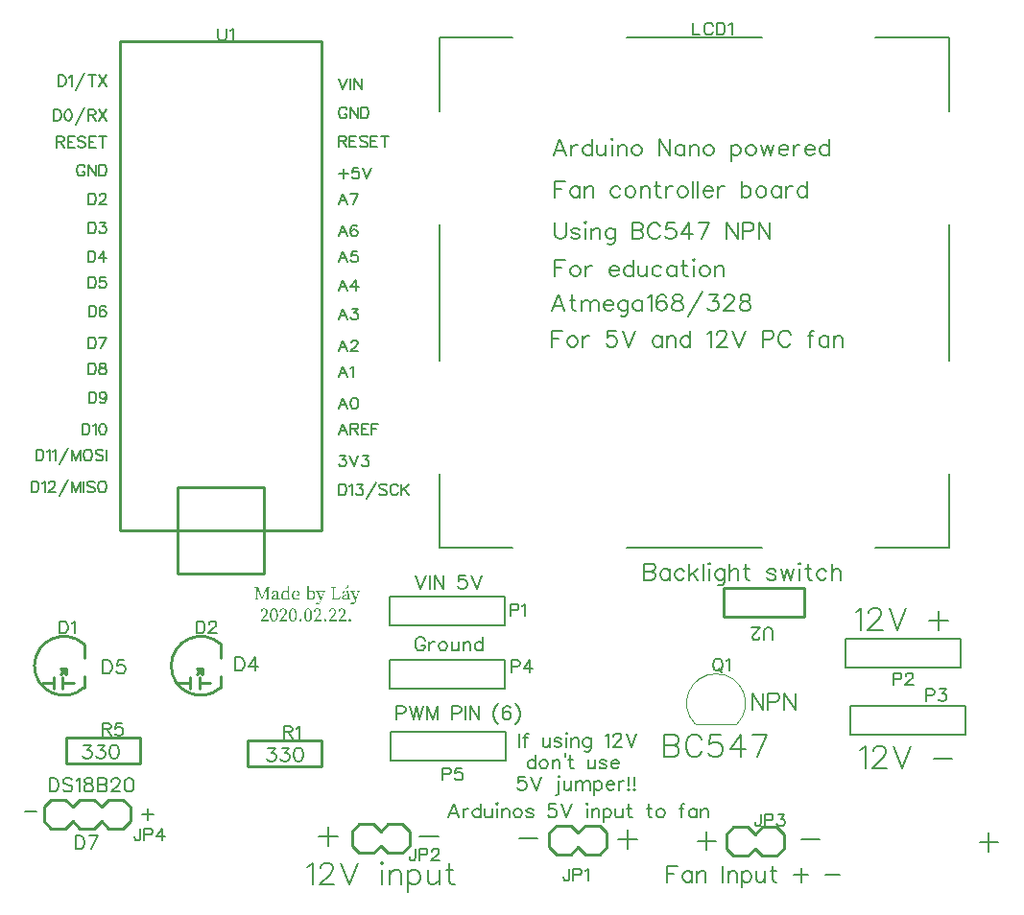
<source format=gto>
G04 Layer: TopSilkLayer*
G04 EasyEDA v6.3.22, 2020-03-08T18:10:28+01:00*
G04 ad07acf79a374764822efb46aa97c54e,8b17585b6d3b4194b9f3377f08818917,10*
G04 Gerber Generator version 0.2*
G04 Scale: 100 percent, Rotated: No, Reflected: No *
G04 Dimensions in inches *
G04 leading zeros omitted , absolute positions ,2 integer and 4 decimal *
%FSLAX24Y24*%
%MOIN*%
G90*
G70D02*

%ADD10C,0.010000*%
%ADD20C,0.005000*%
%ADD21C,0.008000*%
%ADD22C,0.007992*%
%ADD23C,0.004724*%
%ADD24C,0.006000*%

%LPD*%
G54D20*
G01X17344Y29832D02*
G01X14785Y29832D01*
G01X14785Y27273D01*
G01X21281Y29832D02*
G01X26005Y29832D01*
G01X29942Y29832D02*
G01X32501Y29832D01*
G01X32501Y27273D01*
G01X32501Y23336D02*
G01X32501Y18611D01*
G01X14785Y23336D02*
G01X14785Y18611D01*
G01X14785Y14674D02*
G01X14785Y12115D01*
G01X17344Y12115D01*
G01X21281Y12115D02*
G01X26005Y12115D01*
G01X29942Y12115D02*
G01X32501Y12115D01*
G01X32501Y14674D01*
G54D10*
G01X1820Y4597D02*
G01X1820Y5502D01*
G01X1820Y5502D02*
G01X4379Y5502D01*
G01X4379Y5490D02*
G01X4379Y4609D01*
G01X4379Y4597D02*
G01X1820Y4597D01*
G01X8120Y4497D02*
G01X8120Y5402D01*
G01X8120Y5402D02*
G01X10679Y5402D01*
G01X10679Y5390D02*
G01X10679Y4509D01*
G01X10679Y4497D02*
G01X8120Y4497D01*
G54D21*
G01X17050Y10400D02*
G01X17050Y9400D01*
G01X13050Y9400D01*
G01X13050Y10400D01*
G01X13800Y10400D01*
G54D22*
G01X17050Y10400D02*
G01X13800Y10400D01*
G54D21*
G01X32900Y8950D02*
G01X32900Y7950D01*
G01X28900Y7950D01*
G01X28900Y8950D01*
G01X29650Y8950D01*
G54D22*
G01X32900Y8950D02*
G01X29650Y8950D01*
G54D21*
G01X33050Y6600D02*
G01X33050Y5600D01*
G01X29050Y5600D01*
G01X29050Y6600D01*
G01X29800Y6600D01*
G54D22*
G01X33050Y6600D02*
G01X29800Y6600D01*
G54D21*
G01X17050Y8200D02*
G01X17050Y7200D01*
G01X13050Y7200D01*
G01X13050Y8200D01*
G01X13800Y8200D01*
G54D22*
G01X17050Y8200D02*
G01X13800Y8200D01*
G54D21*
G01X17100Y5700D02*
G01X17100Y4700D01*
G01X13100Y4700D01*
G01X13100Y5700D01*
G01X13850Y5700D01*
G54D22*
G01X17100Y5700D02*
G01X13850Y5700D01*
G54D10*
G01X27450Y9700D02*
G01X24650Y9700D01*
G01X24650Y9700D02*
G01X24650Y10700D01*
G01X24650Y10700D02*
G01X27450Y10700D01*
G01X27450Y10700D02*
G01X27450Y9700D01*
G01X3700Y12700D02*
G01X10700Y12700D01*
G01X10700Y12700D02*
G01X10700Y29700D01*
G01X10700Y29700D02*
G01X3700Y29700D01*
G01X3700Y29700D02*
G01X3700Y12700D01*
G01X5700Y14200D02*
G01X5700Y11200D01*
G01X8700Y11200D01*
G01X8700Y14200D01*
G01X5700Y14200D01*
G01X18850Y2450D02*
G01X19350Y2450D01*
G01X19350Y2450D02*
G01X19600Y2200D01*
G01X19600Y1700D02*
G01X19350Y1450D01*
G01X19600Y2200D02*
G01X19850Y2450D01*
G01X19850Y2450D02*
G01X20350Y2450D01*
G01X20350Y2450D02*
G01X20600Y2200D01*
G01X20600Y1700D02*
G01X20350Y1450D01*
G01X20350Y1450D02*
G01X19850Y1450D01*
G01X19850Y1450D02*
G01X19600Y1700D01*
G01X18600Y2200D02*
G01X18600Y1700D01*
G01X18850Y2450D02*
G01X18600Y2200D01*
G01X18600Y1700D02*
G01X18850Y1450D01*
G01X19350Y1450D02*
G01X18850Y1450D01*
G01X20600Y2200D02*
G01X20600Y1700D01*
G01X12000Y2500D02*
G01X12500Y2500D01*
G01X12500Y2500D02*
G01X12750Y2250D01*
G01X12750Y1750D02*
G01X12500Y1500D01*
G01X12750Y2250D02*
G01X13000Y2500D01*
G01X13000Y2500D02*
G01X13500Y2500D01*
G01X13500Y2500D02*
G01X13750Y2250D01*
G01X13750Y1750D02*
G01X13500Y1500D01*
G01X13500Y1500D02*
G01X13000Y1500D01*
G01X13000Y1500D02*
G01X12750Y1750D01*
G01X11750Y2250D02*
G01X11750Y1750D01*
G01X12000Y2500D02*
G01X11750Y2250D01*
G01X11750Y1750D02*
G01X12000Y1500D01*
G01X12500Y1500D02*
G01X12000Y1500D01*
G01X13750Y2250D02*
G01X13750Y1750D01*
G01X25000Y2400D02*
G01X25500Y2400D01*
G01X25500Y2400D02*
G01X25750Y2150D01*
G01X25750Y1650D02*
G01X25500Y1400D01*
G01X25750Y2150D02*
G01X26000Y2400D01*
G01X26000Y2400D02*
G01X26500Y2400D01*
G01X26500Y2400D02*
G01X26750Y2150D01*
G01X26750Y1650D02*
G01X26500Y1400D01*
G01X26500Y1400D02*
G01X26000Y1400D01*
G01X26000Y1400D02*
G01X25750Y1650D01*
G01X24750Y2150D02*
G01X24750Y1650D01*
G01X25000Y2400D02*
G01X24750Y2150D01*
G01X24750Y1650D02*
G01X25000Y1400D01*
G01X25500Y1400D02*
G01X25000Y1400D01*
G01X26750Y2150D02*
G01X26750Y1650D01*
G54D23*
G01X23690Y5971D02*
G01X25109Y5971D01*
G54D10*
G01X3050Y3100D02*
G01X3300Y3350D01*
G01X3300Y3350D02*
G01X3800Y3350D01*
G01X3800Y3350D02*
G01X4050Y3100D01*
G01X4050Y2600D02*
G01X3800Y2350D01*
G01X3800Y2350D02*
G01X3300Y2350D01*
G01X3300Y2350D02*
G01X3050Y2600D01*
G01X1300Y3350D02*
G01X1800Y3350D01*
G01X1800Y3350D02*
G01X2050Y3100D01*
G01X2050Y2600D02*
G01X1800Y2350D01*
G01X2050Y3100D02*
G01X2300Y3350D01*
G01X2300Y3350D02*
G01X2800Y3350D01*
G01X2800Y3350D02*
G01X3050Y3100D01*
G01X3050Y2600D02*
G01X2800Y2350D01*
G01X2800Y2350D02*
G01X2300Y2350D01*
G01X2300Y2350D02*
G01X2050Y2600D01*
G01X1050Y3100D02*
G01X1050Y2600D01*
G01X1300Y3350D02*
G01X1050Y3100D01*
G01X1050Y2600D02*
G01X1300Y2350D01*
G01X1800Y2350D02*
G01X1300Y2350D01*
G01X4050Y3100D02*
G01X4050Y2600D01*
G01X1390Y7609D02*
G01X1390Y7409D01*
G01X1390Y7209D01*
G01X1700Y7609D02*
G01X1700Y7409D01*
G01X1700Y7209D01*
G01X1700Y7409D02*
G01X2090Y7409D01*
G01X990Y7409D02*
G01X1390Y7409D01*
G01X1619Y7719D02*
G01X1819Y7919D01*
G01X1619Y7919D01*
G01X1819Y7719D01*
G01X1819Y7919D01*
G01X2450Y8750D02*
G01X2450Y8280D01*
G01X2450Y7250D02*
G01X2450Y7650D01*
G01X6139Y7609D02*
G01X6139Y7409D01*
G01X6139Y7209D01*
G01X6450Y7609D02*
G01X6450Y7409D01*
G01X6450Y7209D01*
G01X6450Y7409D02*
G01X6839Y7409D01*
G01X5739Y7409D02*
G01X6139Y7409D01*
G01X6369Y7719D02*
G01X6569Y7919D01*
G01X6369Y7919D01*
G01X6569Y7719D01*
G01X6569Y7919D01*
G01X7200Y8750D02*
G01X7200Y8280D01*
G01X7200Y7250D02*
G01X7200Y7650D01*
G54D21*
G01X29400Y5061D02*
G01X29472Y5098D01*
G01X29581Y5207D01*
G01X29581Y4444D01*
G01X29857Y5025D02*
G01X29857Y5061D01*
G01X29894Y5134D01*
G01X29931Y5171D01*
G01X30003Y5207D01*
G01X30148Y5207D01*
G01X30222Y5171D01*
G01X30257Y5134D01*
G01X30294Y5061D01*
G01X30294Y4988D01*
G01X30257Y4915D01*
G01X30185Y4807D01*
G01X29822Y4444D01*
G01X30331Y4444D01*
G01X30571Y5207D02*
G01X30861Y4444D01*
G01X31152Y5207D02*
G01X30861Y4444D01*
G01X31952Y4771D02*
G01X32606Y4771D01*
G01X29250Y9861D02*
G01X29322Y9898D01*
G01X29431Y10007D01*
G01X29431Y9244D01*
G01X29707Y9825D02*
G01X29707Y9861D01*
G01X29744Y9934D01*
G01X29781Y9971D01*
G01X29853Y10007D01*
G01X29998Y10007D01*
G01X30072Y9971D01*
G01X30107Y9934D01*
G01X30144Y9861D01*
G01X30144Y9788D01*
G01X30107Y9715D01*
G01X30035Y9607D01*
G01X29672Y9244D01*
G01X30181Y9244D01*
G01X30421Y10007D02*
G01X30711Y9244D01*
G01X31002Y10007D02*
G01X30711Y9244D01*
G01X32130Y9898D02*
G01X32130Y9244D01*
G01X31802Y9571D02*
G01X32456Y9571D01*
G01X22600Y5607D02*
G01X22600Y4844D01*
G01X22600Y5607D02*
G01X22927Y5607D01*
G01X23035Y5571D01*
G01X23072Y5534D01*
G01X23109Y5461D01*
G01X23109Y5388D01*
G01X23072Y5315D01*
G01X23035Y5280D01*
G01X22927Y5244D01*
G01X22600Y5244D02*
G01X22927Y5244D01*
G01X23035Y5207D01*
G01X23072Y5171D01*
G01X23109Y5098D01*
G01X23109Y4988D01*
G01X23072Y4915D01*
G01X23035Y4880D01*
G01X22927Y4844D01*
G01X22600Y4844D01*
G01X23894Y5425D02*
G01X23857Y5498D01*
G01X23785Y5571D01*
G01X23713Y5607D01*
G01X23567Y5607D01*
G01X23494Y5571D01*
G01X23422Y5498D01*
G01X23385Y5425D01*
G01X23348Y5315D01*
G01X23348Y5134D01*
G01X23385Y5025D01*
G01X23422Y4953D01*
G01X23494Y4880D01*
G01X23567Y4844D01*
G01X23713Y4844D01*
G01X23785Y4880D01*
G01X23857Y4953D01*
G01X23894Y5025D01*
G01X24571Y5607D02*
G01X24206Y5607D01*
G01X24171Y5280D01*
G01X24206Y5315D01*
G01X24315Y5353D01*
G01X24425Y5353D01*
G01X24535Y5315D01*
G01X24606Y5244D01*
G01X24643Y5134D01*
G01X24643Y5061D01*
G01X24606Y4953D01*
G01X24535Y4880D01*
G01X24425Y4844D01*
G01X24315Y4844D01*
G01X24206Y4880D01*
G01X24171Y4915D01*
G01X24135Y4988D01*
G01X25247Y5607D02*
G01X24884Y5098D01*
G01X25428Y5098D01*
G01X25247Y5607D02*
G01X25247Y4844D01*
G01X26177Y5607D02*
G01X25814Y4844D01*
G01X25668Y5607D02*
G01X26177Y5607D01*
G54D24*
G01X22700Y1055D02*
G01X22700Y482D01*
G01X22700Y1055D02*
G01X23055Y1055D01*
G01X22700Y782D02*
G01X22918Y782D01*
G01X23561Y865D02*
G01X23561Y482D01*
G01X23561Y782D02*
G01X23506Y836D01*
G01X23452Y865D01*
G01X23371Y865D01*
G01X23315Y836D01*
G01X23261Y782D01*
G01X23235Y701D01*
G01X23235Y646D01*
G01X23261Y565D01*
G01X23315Y509D01*
G01X23371Y482D01*
G01X23452Y482D01*
G01X23506Y509D01*
G01X23561Y565D01*
G01X23742Y865D02*
G01X23742Y482D01*
G01X23742Y755D02*
G01X23823Y836D01*
G01X23877Y865D01*
G01X23960Y865D01*
G01X24014Y836D01*
G01X24042Y755D01*
G01X24042Y482D01*
G01X24642Y1055D02*
G01X24642Y482D01*
G01X24822Y865D02*
G01X24822Y482D01*
G01X24822Y755D02*
G01X24903Y836D01*
G01X24957Y865D01*
G01X25039Y865D01*
G01X25094Y836D01*
G01X25122Y755D01*
G01X25122Y482D01*
G01X25302Y865D02*
G01X25302Y292D01*
G01X25302Y782D02*
G01X25356Y836D01*
G01X25410Y865D01*
G01X25493Y865D01*
G01X25547Y836D01*
G01X25602Y782D01*
G01X25628Y701D01*
G01X25628Y646D01*
G01X25602Y565D01*
G01X25547Y509D01*
G01X25493Y482D01*
G01X25410Y482D01*
G01X25356Y509D01*
G01X25302Y565D01*
G01X25809Y865D02*
G01X25809Y592D01*
G01X25835Y509D01*
G01X25890Y482D01*
G01X25972Y482D01*
G01X26027Y509D01*
G01X26109Y592D01*
G01X26109Y865D02*
G01X26109Y482D01*
G01X26371Y1055D02*
G01X26371Y592D01*
G01X26397Y509D01*
G01X26452Y482D01*
G01X26506Y482D01*
G01X26289Y865D02*
G01X26480Y865D01*
G01X27352Y973D02*
G01X27352Y482D01*
G01X27106Y728D02*
G01X27597Y728D01*
G01X28197Y728D02*
G01X28689Y728D01*
G54D21*
G01X17550Y2021D02*
G01X18205Y2021D01*
G01X21327Y2298D02*
G01X21327Y1644D01*
G01X21000Y1971D02*
G01X21655Y1971D01*
G54D20*
G01X15281Y3205D02*
G01X15100Y2726D01*
G01X15281Y3205D02*
G01X15464Y2726D01*
G01X15168Y2886D02*
G01X15394Y2886D01*
G01X15614Y3044D02*
G01X15614Y2726D01*
G01X15614Y2909D02*
G01X15635Y2976D01*
G01X15681Y3023D01*
G01X15727Y3044D01*
G01X15794Y3044D01*
G01X16218Y3205D02*
G01X16218Y2726D01*
G01X16218Y2976D02*
G01X16172Y3023D01*
G01X16127Y3044D01*
G01X16059Y3044D01*
G01X16014Y3023D01*
G01X15968Y2976D01*
G01X15944Y2909D01*
G01X15944Y2863D01*
G01X15968Y2794D01*
G01X16014Y2750D01*
G01X16059Y2726D01*
G01X16127Y2726D01*
G01X16172Y2750D01*
G01X16218Y2794D01*
G01X16368Y3044D02*
G01X16368Y2817D01*
G01X16390Y2750D01*
G01X16435Y2726D01*
G01X16505Y2726D01*
G01X16550Y2750D01*
G01X16618Y2817D01*
G01X16618Y3044D02*
G01X16618Y2726D01*
G01X16768Y3205D02*
G01X16790Y3182D01*
G01X16814Y3205D01*
G01X16790Y3226D01*
G01X16768Y3205D01*
G01X16790Y3044D02*
G01X16790Y2726D01*
G01X16964Y3044D02*
G01X16964Y2726D01*
G01X16964Y2955D02*
G01X17031Y3023D01*
G01X17077Y3044D01*
G01X17144Y3044D01*
G01X17190Y3023D01*
G01X17214Y2955D01*
G01X17214Y2726D01*
G01X17477Y3044D02*
G01X17431Y3023D01*
G01X17385Y2976D01*
G01X17364Y2909D01*
G01X17364Y2863D01*
G01X17385Y2794D01*
G01X17431Y2750D01*
G01X17477Y2726D01*
G01X17544Y2726D01*
G01X17590Y2750D01*
G01X17635Y2794D01*
G01X17659Y2863D01*
G01X17659Y2909D01*
G01X17635Y2976D01*
G01X17590Y3023D01*
G01X17544Y3044D01*
G01X17477Y3044D01*
G01X18059Y2976D02*
G01X18035Y3023D01*
G01X17968Y3044D01*
G01X17900Y3044D01*
G01X17831Y3023D01*
G01X17809Y2976D01*
G01X17831Y2932D01*
G01X17877Y2909D01*
G01X17990Y2886D01*
G01X18035Y2863D01*
G01X18059Y2817D01*
G01X18059Y2794D01*
G01X18035Y2750D01*
G01X17968Y2726D01*
G01X17900Y2726D01*
G01X17831Y2750D01*
G01X17809Y2794D01*
G01X18831Y3205D02*
G01X18605Y3205D01*
G01X18581Y3000D01*
G01X18605Y3023D01*
G01X18672Y3044D01*
G01X18740Y3044D01*
G01X18809Y3023D01*
G01X18855Y2976D01*
G01X18877Y2909D01*
G01X18877Y2863D01*
G01X18855Y2794D01*
G01X18809Y2750D01*
G01X18740Y2726D01*
G01X18672Y2726D01*
G01X18605Y2750D01*
G01X18581Y2773D01*
G01X18559Y2817D01*
G01X19027Y3205D02*
G01X19209Y2726D01*
G01X19390Y3205D02*
G01X19209Y2726D01*
G01X19890Y3205D02*
G01X19914Y3182D01*
G01X19935Y3205D01*
G01X19914Y3226D01*
G01X19890Y3205D01*
G01X19914Y3044D02*
G01X19914Y2726D01*
G01X20085Y3044D02*
G01X20085Y2726D01*
G01X20085Y2955D02*
G01X20155Y3023D01*
G01X20200Y3044D01*
G01X20268Y3044D01*
G01X20314Y3023D01*
G01X20335Y2955D01*
G01X20335Y2726D01*
G01X20485Y3044D02*
G01X20485Y2567D01*
G01X20485Y2976D02*
G01X20531Y3023D01*
G01X20577Y3044D01*
G01X20644Y3044D01*
G01X20690Y3023D01*
G01X20735Y2976D01*
G01X20759Y2909D01*
G01X20759Y2863D01*
G01X20735Y2794D01*
G01X20690Y2750D01*
G01X20644Y2726D01*
G01X20577Y2726D01*
G01X20531Y2750D01*
G01X20485Y2794D01*
G01X20909Y3044D02*
G01X20909Y2817D01*
G01X20931Y2750D01*
G01X20977Y2726D01*
G01X21044Y2726D01*
G01X21090Y2750D01*
G01X21159Y2817D01*
G01X21159Y3044D02*
G01X21159Y2726D01*
G01X21377Y3205D02*
G01X21377Y2817D01*
G01X21400Y2750D01*
G01X21444Y2726D01*
G01X21490Y2726D01*
G01X21309Y3044D02*
G01X21468Y3044D01*
G01X22059Y3205D02*
G01X22059Y2817D01*
G01X22081Y2750D01*
G01X22127Y2726D01*
G01X22172Y2726D01*
G01X21990Y3044D02*
G01X22150Y3044D01*
G01X22435Y3044D02*
G01X22390Y3023D01*
G01X22344Y2976D01*
G01X22322Y2909D01*
G01X22322Y2863D01*
G01X22344Y2794D01*
G01X22390Y2750D01*
G01X22435Y2726D01*
G01X22505Y2726D01*
G01X22550Y2750D01*
G01X22594Y2794D01*
G01X22618Y2863D01*
G01X22618Y2909D01*
G01X22594Y2976D01*
G01X22550Y3023D01*
G01X22505Y3044D01*
G01X22435Y3044D01*
G01X23300Y3205D02*
G01X23255Y3205D01*
G01X23209Y3182D01*
G01X23185Y3113D01*
G01X23185Y2726D01*
G01X23118Y3044D02*
G01X23277Y3044D01*
G01X23722Y3044D02*
G01X23722Y2726D01*
G01X23722Y2976D02*
G01X23677Y3023D01*
G01X23631Y3044D01*
G01X23564Y3044D01*
G01X23518Y3023D01*
G01X23472Y2976D01*
G01X23450Y2909D01*
G01X23450Y2863D01*
G01X23472Y2794D01*
G01X23518Y2750D01*
G01X23564Y2726D01*
G01X23631Y2726D01*
G01X23677Y2750D01*
G01X23722Y2794D01*
G01X23872Y3044D02*
G01X23872Y2726D01*
G01X23872Y2955D02*
G01X23940Y3023D01*
G01X23985Y3044D01*
G01X24055Y3044D01*
G01X24100Y3023D01*
G01X24122Y2955D01*
G01X24122Y2726D01*
G54D21*
G01X14100Y2071D02*
G01X14755Y2071D01*
G01X10927Y2398D02*
G01X10927Y1744D01*
G01X10600Y2071D02*
G01X11255Y2071D01*
G01X10200Y1011D02*
G01X10272Y1048D01*
G01X10381Y1157D01*
G01X10381Y394D01*
G01X10657Y975D02*
G01X10657Y1011D01*
G01X10694Y1084D01*
G01X10731Y1121D01*
G01X10803Y1157D01*
G01X10948Y1157D01*
G01X11022Y1121D01*
G01X11057Y1084D01*
G01X11094Y1011D01*
G01X11094Y938D01*
G01X11057Y865D01*
G01X10985Y757D01*
G01X10622Y394D01*
G01X11131Y394D01*
G01X11371Y1157D02*
G01X11661Y394D01*
G01X11952Y1157D02*
G01X11661Y394D01*
G01X12752Y1157D02*
G01X12789Y1121D01*
G01X12825Y1157D01*
G01X12789Y1194D01*
G01X12752Y1157D01*
G01X12789Y903D02*
G01X12789Y394D01*
G01X13064Y903D02*
G01X13064Y394D01*
G01X13064Y757D02*
G01X13175Y865D01*
G01X13247Y903D01*
G01X13356Y903D01*
G01X13428Y865D01*
G01X13464Y757D01*
G01X13464Y394D01*
G01X13705Y903D02*
G01X13705Y138D01*
G01X13705Y794D02*
G01X13777Y865D01*
G01X13851Y903D01*
G01X13960Y903D01*
G01X14032Y865D01*
G01X14105Y794D01*
G01X14142Y684D01*
G01X14142Y611D01*
G01X14105Y503D01*
G01X14032Y430D01*
G01X13960Y394D01*
G01X13851Y394D01*
G01X13777Y430D01*
G01X13705Y503D01*
G01X14381Y903D02*
G01X14381Y538D01*
G01X14418Y430D01*
G01X14490Y394D01*
G01X14600Y394D01*
G01X14672Y430D01*
G01X14781Y538D01*
G01X14781Y903D02*
G01X14781Y394D01*
G01X15131Y1157D02*
G01X15131Y538D01*
G01X15167Y430D01*
G01X15239Y394D01*
G01X15313Y394D01*
G01X15022Y903D02*
G01X15276Y903D01*
G54D20*
G01X1250Y4105D02*
G01X1250Y3626D01*
G01X1250Y4105D02*
G01X1409Y4105D01*
G01X1476Y4082D01*
G01X1523Y4036D01*
G01X1544Y3990D01*
G01X1567Y3923D01*
G01X1567Y3809D01*
G01X1544Y3740D01*
G01X1523Y3694D01*
G01X1476Y3650D01*
G01X1409Y3626D01*
G01X1250Y3626D01*
G01X2036Y4036D02*
G01X1990Y4082D01*
G01X1923Y4105D01*
G01X1832Y4105D01*
G01X1763Y4082D01*
G01X1717Y4036D01*
G01X1717Y3990D01*
G01X1740Y3944D01*
G01X1763Y3923D01*
G01X1809Y3900D01*
G01X1944Y3855D01*
G01X1990Y3832D01*
G01X2013Y3809D01*
G01X2036Y3763D01*
G01X2036Y3694D01*
G01X1990Y3650D01*
G01X1923Y3626D01*
G01X1832Y3626D01*
G01X1763Y3650D01*
G01X1717Y3694D01*
G01X2186Y4013D02*
G01X2232Y4036D01*
G01X2300Y4105D01*
G01X2300Y3626D01*
G01X2563Y4105D02*
G01X2494Y4082D01*
G01X2473Y4036D01*
G01X2473Y3990D01*
G01X2494Y3944D01*
G01X2540Y3923D01*
G01X2632Y3900D01*
G01X2700Y3876D01*
G01X2744Y3832D01*
G01X2767Y3786D01*
G01X2767Y3717D01*
G01X2744Y3673D01*
G01X2723Y3650D01*
G01X2655Y3626D01*
G01X2563Y3626D01*
G01X2494Y3650D01*
G01X2473Y3673D01*
G01X2450Y3717D01*
G01X2450Y3786D01*
G01X2473Y3832D01*
G01X2517Y3876D01*
G01X2586Y3900D01*
G01X2676Y3923D01*
G01X2723Y3944D01*
G01X2744Y3990D01*
G01X2744Y4036D01*
G01X2723Y4082D01*
G01X2655Y4105D01*
G01X2563Y4105D01*
G01X2917Y4105D02*
G01X2917Y3626D01*
G01X2917Y4105D02*
G01X3123Y4105D01*
G01X3190Y4082D01*
G01X3213Y4059D01*
G01X3236Y4013D01*
G01X3236Y3967D01*
G01X3213Y3923D01*
G01X3190Y3900D01*
G01X3123Y3876D01*
G01X2917Y3876D02*
G01X3123Y3876D01*
G01X3190Y3855D01*
G01X3213Y3832D01*
G01X3236Y3786D01*
G01X3236Y3717D01*
G01X3213Y3673D01*
G01X3190Y3650D01*
G01X3123Y3626D01*
G01X2917Y3626D01*
G01X3409Y3990D02*
G01X3409Y4013D01*
G01X3432Y4059D01*
G01X3455Y4082D01*
G01X3500Y4105D01*
G01X3590Y4105D01*
G01X3636Y4082D01*
G01X3659Y4059D01*
G01X3682Y4013D01*
G01X3682Y3967D01*
G01X3659Y3923D01*
G01X3613Y3855D01*
G01X3386Y3626D01*
G01X3705Y3626D01*
G01X3990Y4105D02*
G01X3923Y4082D01*
G01X3876Y4013D01*
G01X3855Y3900D01*
G01X3855Y3832D01*
G01X3876Y3717D01*
G01X3923Y3650D01*
G01X3990Y3626D01*
G01X4036Y3626D01*
G01X4105Y3650D01*
G01X4150Y3717D01*
G01X4173Y3832D01*
G01X4173Y3900D01*
G01X4150Y4013D01*
G01X4105Y4082D01*
G01X4036Y4105D01*
G01X3990Y4105D01*
G01X13300Y6605D02*
G01X13300Y6126D01*
G01X13300Y6605D02*
G01X13505Y6605D01*
G01X13572Y6582D01*
G01X13594Y6559D01*
G01X13618Y6513D01*
G01X13618Y6444D01*
G01X13594Y6400D01*
G01X13572Y6376D01*
G01X13505Y6355D01*
G01X13300Y6355D01*
G01X13768Y6605D02*
G01X13881Y6126D01*
G01X13994Y6605D02*
G01X13881Y6126D01*
G01X13994Y6605D02*
G01X14109Y6126D01*
G01X14222Y6605D02*
G01X14109Y6126D01*
G01X14372Y6605D02*
G01X14372Y6126D01*
G01X14372Y6605D02*
G01X14555Y6126D01*
G01X14735Y6605D02*
G01X14555Y6126D01*
G01X14735Y6605D02*
G01X14735Y6126D01*
G01X15235Y6605D02*
G01X15235Y6126D01*
G01X15235Y6605D02*
G01X15440Y6605D01*
G01X15509Y6582D01*
G01X15531Y6559D01*
G01X15555Y6513D01*
G01X15555Y6444D01*
G01X15531Y6400D01*
G01X15509Y6376D01*
G01X15440Y6355D01*
G01X15235Y6355D01*
G01X15705Y6605D02*
G01X15705Y6126D01*
G01X15855Y6605D02*
G01X15855Y6126D01*
G01X15855Y6605D02*
G01X16172Y6126D01*
G01X16172Y6605D02*
G01X16172Y6126D01*
G01X16831Y6694D02*
G01X16785Y6650D01*
G01X16740Y6582D01*
G01X16694Y6490D01*
G01X16672Y6376D01*
G01X16672Y6286D01*
G01X16694Y6173D01*
G01X16740Y6082D01*
G01X16785Y6013D01*
G01X16831Y5967D01*
G01X17255Y6536D02*
G01X17231Y6582D01*
G01X17164Y6605D01*
G01X17118Y6605D01*
G01X17050Y6582D01*
G01X17005Y6513D01*
G01X16981Y6400D01*
G01X16981Y6286D01*
G01X17005Y6194D01*
G01X17050Y6150D01*
G01X17118Y6126D01*
G01X17140Y6126D01*
G01X17209Y6150D01*
G01X17255Y6194D01*
G01X17277Y6263D01*
G01X17277Y6286D01*
G01X17255Y6355D01*
G01X17209Y6400D01*
G01X17140Y6423D01*
G01X17118Y6423D01*
G01X17050Y6400D01*
G01X17005Y6355D01*
G01X16981Y6286D01*
G01X17427Y6694D02*
G01X17472Y6650D01*
G01X17518Y6582D01*
G01X17564Y6490D01*
G01X17585Y6376D01*
G01X17585Y6286D01*
G01X17564Y6173D01*
G01X17518Y6082D01*
G01X17472Y6013D01*
G01X17427Y5967D01*
G01X14290Y8890D02*
G01X14268Y8936D01*
G01X14222Y8982D01*
G01X14177Y9005D01*
G01X14085Y9005D01*
G01X14040Y8982D01*
G01X13994Y8936D01*
G01X13972Y8890D01*
G01X13950Y8823D01*
G01X13950Y8709D01*
G01X13972Y8640D01*
G01X13994Y8594D01*
G01X14040Y8550D01*
G01X14085Y8526D01*
G01X14177Y8526D01*
G01X14222Y8550D01*
G01X14268Y8594D01*
G01X14290Y8640D01*
G01X14290Y8709D01*
G01X14177Y8709D02*
G01X14290Y8709D01*
G01X14440Y8844D02*
G01X14440Y8526D01*
G01X14440Y8709D02*
G01X14464Y8776D01*
G01X14509Y8823D01*
G01X14555Y8844D01*
G01X14622Y8844D01*
G01X14885Y8844D02*
G01X14840Y8823D01*
G01X14794Y8776D01*
G01X14772Y8709D01*
G01X14772Y8663D01*
G01X14794Y8594D01*
G01X14840Y8550D01*
G01X14885Y8526D01*
G01X14955Y8526D01*
G01X15000Y8550D01*
G01X15044Y8594D01*
G01X15068Y8663D01*
G01X15068Y8709D01*
G01X15044Y8776D01*
G01X15000Y8823D01*
G01X14955Y8844D01*
G01X14885Y8844D01*
G01X15218Y8844D02*
G01X15218Y8617D01*
G01X15240Y8550D01*
G01X15285Y8526D01*
G01X15355Y8526D01*
G01X15400Y8550D01*
G01X15468Y8617D01*
G01X15468Y8844D02*
G01X15468Y8526D01*
G01X15618Y8844D02*
G01X15618Y8526D01*
G01X15618Y8755D02*
G01X15685Y8823D01*
G01X15731Y8844D01*
G01X15800Y8844D01*
G01X15844Y8823D01*
G01X15868Y8755D01*
G01X15868Y8526D01*
G01X16290Y9005D02*
G01X16290Y8526D01*
G01X16290Y8776D02*
G01X16244Y8823D01*
G01X16200Y8844D01*
G01X16131Y8844D01*
G01X16085Y8823D01*
G01X16040Y8776D01*
G01X16018Y8709D01*
G01X16018Y8663D01*
G01X16040Y8594D01*
G01X16085Y8550D01*
G01X16131Y8526D01*
G01X16200Y8526D01*
G01X16244Y8550D01*
G01X16290Y8594D01*
G01X13950Y11155D02*
G01X14131Y10676D01*
G01X14314Y11155D02*
G01X14131Y10676D01*
G01X14464Y11155D02*
G01X14464Y10676D01*
G01X14614Y11155D02*
G01X14614Y10676D01*
G01X14614Y11155D02*
G01X14931Y10676D01*
G01X14931Y11155D02*
G01X14931Y10676D01*
G01X15705Y11155D02*
G01X15477Y11155D01*
G01X15455Y10950D01*
G01X15477Y10973D01*
G01X15544Y10994D01*
G01X15614Y10994D01*
G01X15681Y10973D01*
G01X15727Y10926D01*
G01X15750Y10859D01*
G01X15750Y10813D01*
G01X15727Y10744D01*
G01X15681Y10700D01*
G01X15614Y10676D01*
G01X15544Y10676D01*
G01X15477Y10700D01*
G01X15455Y10723D01*
G01X15431Y10767D01*
G01X15900Y11155D02*
G01X16081Y10676D01*
G01X16264Y11155D02*
G01X16081Y10676D01*
G01X400Y2932D02*
G01X809Y2932D01*
G01X4655Y3036D02*
G01X4655Y2626D01*
G01X4450Y2832D02*
G01X4859Y2832D01*
G01X2150Y2105D02*
G01X2150Y1626D01*
G01X2150Y2105D02*
G01X2309Y2105D01*
G01X2376Y2082D01*
G01X2423Y2036D01*
G01X2444Y1990D01*
G01X2467Y1923D01*
G01X2467Y1809D01*
G01X2444Y1740D01*
G01X2423Y1694D01*
G01X2376Y1650D01*
G01X2309Y1626D01*
G01X2150Y1626D01*
G01X2936Y2105D02*
G01X2709Y1626D01*
G01X2617Y2105D02*
G01X2936Y2105D01*
G01X2444Y5255D02*
G01X2694Y5255D01*
G01X2559Y5073D01*
G01X2626Y5073D01*
G01X2673Y5050D01*
G01X2694Y5026D01*
G01X2717Y4959D01*
G01X2717Y4913D01*
G01X2694Y4844D01*
G01X2650Y4800D01*
G01X2582Y4776D01*
G01X2513Y4776D01*
G01X2444Y4800D01*
G01X2423Y4823D01*
G01X2400Y4867D01*
G01X2913Y5255D02*
G01X3163Y5255D01*
G01X3026Y5073D01*
G01X3094Y5073D01*
G01X3140Y5050D01*
G01X3163Y5026D01*
G01X3186Y4959D01*
G01X3186Y4913D01*
G01X3163Y4844D01*
G01X3117Y4800D01*
G01X3050Y4776D01*
G01X2982Y4776D01*
G01X2913Y4800D01*
G01X2890Y4823D01*
G01X2867Y4867D01*
G01X3473Y5255D02*
G01X3405Y5232D01*
G01X3359Y5163D01*
G01X3336Y5050D01*
G01X3336Y4982D01*
G01X3359Y4867D01*
G01X3405Y4800D01*
G01X3473Y4776D01*
G01X3517Y4776D01*
G01X3586Y4800D01*
G01X3632Y4867D01*
G01X3655Y4982D01*
G01X3655Y5050D01*
G01X3632Y5163D01*
G01X3586Y5232D01*
G01X3517Y5255D01*
G01X3473Y5255D01*
G01X8844Y5155D02*
G01X9094Y5155D01*
G01X8959Y4973D01*
G01X9027Y4973D01*
G01X9072Y4950D01*
G01X9094Y4926D01*
G01X9118Y4859D01*
G01X9118Y4813D01*
G01X9094Y4744D01*
G01X9050Y4700D01*
G01X8981Y4676D01*
G01X8914Y4676D01*
G01X8844Y4700D01*
G01X8822Y4723D01*
G01X8800Y4767D01*
G01X9314Y5155D02*
G01X9564Y5155D01*
G01X9427Y4973D01*
G01X9494Y4973D01*
G01X9540Y4950D01*
G01X9564Y4926D01*
G01X9585Y4859D01*
G01X9585Y4813D01*
G01X9564Y4744D01*
G01X9518Y4700D01*
G01X9450Y4676D01*
G01X9381Y4676D01*
G01X9314Y4700D01*
G01X9290Y4723D01*
G01X9268Y4767D01*
G01X9872Y5155D02*
G01X9805Y5132D01*
G01X9759Y5063D01*
G01X9735Y4950D01*
G01X9735Y4882D01*
G01X9759Y4767D01*
G01X9805Y4700D01*
G01X9872Y4676D01*
G01X9918Y4676D01*
G01X9985Y4700D01*
G01X10031Y4767D01*
G01X10055Y4882D01*
G01X10055Y4950D01*
G01X10031Y5063D01*
G01X9985Y5132D01*
G01X9918Y5155D01*
G01X9872Y5155D01*
G01X3100Y8205D02*
G01X3100Y7726D01*
G01X3100Y8205D02*
G01X3259Y8205D01*
G01X3326Y8182D01*
G01X3373Y8136D01*
G01X3394Y8090D01*
G01X3417Y8023D01*
G01X3417Y7909D01*
G01X3394Y7840D01*
G01X3373Y7794D01*
G01X3326Y7750D01*
G01X3259Y7726D01*
G01X3100Y7726D01*
G01X3840Y8205D02*
G01X3613Y8205D01*
G01X3590Y8000D01*
G01X3613Y8023D01*
G01X3682Y8044D01*
G01X3750Y8044D01*
G01X3817Y8023D01*
G01X3863Y7976D01*
G01X3886Y7909D01*
G01X3886Y7863D01*
G01X3863Y7794D01*
G01X3817Y7750D01*
G01X3750Y7726D01*
G01X3682Y7726D01*
G01X3613Y7750D01*
G01X3590Y7773D01*
G01X3567Y7817D01*
G01X7700Y8305D02*
G01X7700Y7826D01*
G01X7700Y8305D02*
G01X7859Y8305D01*
G01X7927Y8282D01*
G01X7972Y8236D01*
G01X7994Y8190D01*
G01X8018Y8123D01*
G01X8018Y8009D01*
G01X7994Y7940D01*
G01X7972Y7894D01*
G01X7927Y7850D01*
G01X7859Y7826D01*
G01X7700Y7826D01*
G01X8394Y8305D02*
G01X8168Y7986D01*
G01X8509Y7986D01*
G01X8394Y8305D02*
G01X8394Y7826D01*
G54D21*
G01X24077Y2248D02*
G01X24077Y1594D01*
G01X23750Y1921D02*
G01X24405Y1921D01*
G01X33877Y2198D02*
G01X33877Y1544D01*
G01X33550Y1871D02*
G01X34205Y1871D01*
G01X27350Y1971D02*
G01X28005Y1971D01*
G54D24*
G01X25650Y7055D02*
G01X25650Y6482D01*
G01X25650Y7055D02*
G01X26031Y6482D01*
G01X26031Y7055D02*
G01X26031Y6482D01*
G01X26211Y7055D02*
G01X26211Y6482D01*
G01X26211Y7055D02*
G01X26456Y7055D01*
G01X26539Y7028D01*
G01X26565Y7001D01*
G01X26593Y6946D01*
G01X26593Y6865D01*
G01X26565Y6809D01*
G01X26539Y6782D01*
G01X26456Y6755D01*
G01X26211Y6755D01*
G01X26773Y7055D02*
G01X26773Y6482D01*
G01X26773Y7055D02*
G01X27155Y6482D01*
G01X27155Y7055D02*
G01X27155Y6482D01*
G01X21900Y11555D02*
G01X21900Y10982D01*
G01X21900Y11555D02*
G01X22144Y11555D01*
G01X22227Y11528D01*
G01X22255Y11501D01*
G01X22281Y11446D01*
G01X22281Y11392D01*
G01X22255Y11336D01*
G01X22227Y11309D01*
G01X22144Y11282D01*
G01X21900Y11282D02*
G01X22144Y11282D01*
G01X22227Y11255D01*
G01X22255Y11228D01*
G01X22281Y11173D01*
G01X22281Y11092D01*
G01X22255Y11036D01*
G01X22227Y11009D01*
G01X22144Y10982D01*
G01X21900Y10982D01*
G01X22789Y11365D02*
G01X22789Y10982D01*
G01X22789Y11282D02*
G01X22735Y11336D01*
G01X22680Y11365D01*
G01X22597Y11365D01*
G01X22543Y11336D01*
G01X22489Y11282D01*
G01X22461Y11201D01*
G01X22461Y11146D01*
G01X22489Y11065D01*
G01X22543Y11009D01*
G01X22597Y10982D01*
G01X22680Y10982D01*
G01X22735Y11009D01*
G01X22789Y11065D01*
G01X23296Y11282D02*
G01X23242Y11336D01*
G01X23186Y11365D01*
G01X23105Y11365D01*
G01X23051Y11336D01*
G01X22996Y11282D01*
G01X22968Y11201D01*
G01X22968Y11146D01*
G01X22996Y11065D01*
G01X23051Y11009D01*
G01X23105Y10982D01*
G01X23186Y10982D01*
G01X23242Y11009D01*
G01X23296Y11065D01*
G01X23476Y11555D02*
G01X23476Y10982D01*
G01X23748Y11365D02*
G01X23476Y11092D01*
G01X23585Y11201D02*
G01X23776Y10982D01*
G01X23956Y11555D02*
G01X23956Y10982D01*
G01X24135Y11555D02*
G01X24164Y11528D01*
G01X24190Y11555D01*
G01X24164Y11582D01*
G01X24135Y11555D01*
G01X24164Y11365D02*
G01X24164Y10982D01*
G01X24697Y11365D02*
G01X24697Y10928D01*
G01X24671Y10846D01*
G01X24643Y10819D01*
G01X24589Y10792D01*
G01X24506Y10792D01*
G01X24452Y10819D01*
G01X24697Y11282D02*
G01X24643Y11336D01*
G01X24589Y11365D01*
G01X24506Y11365D01*
G01X24452Y11336D01*
G01X24397Y11282D01*
G01X24371Y11201D01*
G01X24371Y11146D01*
G01X24397Y11065D01*
G01X24452Y11009D01*
G01X24506Y10982D01*
G01X24589Y10982D01*
G01X24643Y11009D01*
G01X24697Y11065D01*
G01X24877Y11555D02*
G01X24877Y10982D01*
G01X24877Y11255D02*
G01X24960Y11336D01*
G01X25014Y11365D01*
G01X25096Y11365D01*
G01X25151Y11336D01*
G01X25177Y11255D01*
G01X25177Y10982D01*
G01X25439Y11555D02*
G01X25439Y11092D01*
G01X25467Y11009D01*
G01X25522Y10982D01*
G01X25576Y10982D01*
G01X25357Y11365D02*
G01X25548Y11365D01*
G01X26476Y11282D02*
G01X26448Y11336D01*
G01X26367Y11365D01*
G01X26285Y11365D01*
G01X26203Y11336D01*
G01X26176Y11282D01*
G01X26203Y11228D01*
G01X26257Y11201D01*
G01X26394Y11173D01*
G01X26448Y11146D01*
G01X26476Y11092D01*
G01X26476Y11065D01*
G01X26448Y11009D01*
G01X26367Y10982D01*
G01X26285Y10982D01*
G01X26203Y11009D01*
G01X26176Y11065D01*
G01X26656Y11365D02*
G01X26764Y10982D01*
G01X26875Y11365D02*
G01X26764Y10982D01*
G01X26875Y11365D02*
G01X26984Y10982D01*
G01X27093Y11365D02*
G01X26984Y10982D01*
G01X27272Y11555D02*
G01X27300Y11528D01*
G01X27327Y11555D01*
G01X27300Y11582D01*
G01X27272Y11555D01*
G01X27300Y11365D02*
G01X27300Y10982D01*
G01X27589Y11555D02*
G01X27589Y11092D01*
G01X27615Y11009D01*
G01X27671Y10982D01*
G01X27725Y10982D01*
G01X27506Y11365D02*
G01X27697Y11365D01*
G01X28232Y11282D02*
G01X28177Y11336D01*
G01X28123Y11365D01*
G01X28042Y11365D01*
G01X27986Y11336D01*
G01X27932Y11282D01*
G01X27905Y11201D01*
G01X27905Y11146D01*
G01X27932Y11065D01*
G01X27986Y11009D01*
G01X28042Y10982D01*
G01X28123Y10982D01*
G01X28177Y11009D01*
G01X28232Y11065D01*
G01X28413Y11555D02*
G01X28413Y10982D01*
G01X28413Y11255D02*
G01X28494Y11336D01*
G01X28548Y11365D01*
G01X28631Y11365D01*
G01X28685Y11336D01*
G01X28713Y11255D01*
G01X28713Y10982D01*
G01X18968Y26305D02*
G01X18750Y25732D01*
G01X18968Y26305D02*
G01X19185Y25732D01*
G01X18831Y25923D02*
G01X19105Y25923D01*
G01X19365Y26115D02*
G01X19365Y25732D01*
G01X19365Y25951D02*
G01X19393Y26032D01*
G01X19447Y26086D01*
G01X19502Y26115D01*
G01X19585Y26115D01*
G01X20092Y26305D02*
G01X20092Y25732D01*
G01X20092Y26032D02*
G01X20036Y26086D01*
G01X19982Y26115D01*
G01X19901Y26115D01*
G01X19846Y26086D01*
G01X19792Y26032D01*
G01X19764Y25951D01*
G01X19764Y25896D01*
G01X19792Y25815D01*
G01X19846Y25759D01*
G01X19901Y25732D01*
G01X19982Y25732D01*
G01X20036Y25759D01*
G01X20092Y25815D01*
G01X20272Y26115D02*
G01X20272Y25842D01*
G01X20298Y25759D01*
G01X20353Y25732D01*
G01X20435Y25732D01*
G01X20489Y25759D01*
G01X20572Y25842D01*
G01X20572Y26115D02*
G01X20572Y25732D01*
G01X20752Y26305D02*
G01X20778Y26278D01*
G01X20806Y26305D01*
G01X20778Y26332D01*
G01X20752Y26305D01*
G01X20778Y26115D02*
G01X20778Y25732D01*
G01X20985Y26115D02*
G01X20985Y25732D01*
G01X20985Y26005D02*
G01X21068Y26086D01*
G01X21122Y26115D01*
G01X21205Y26115D01*
G01X21259Y26086D01*
G01X21285Y26005D01*
G01X21285Y25732D01*
G01X21602Y26115D02*
G01X21547Y26086D01*
G01X21493Y26032D01*
G01X21465Y25951D01*
G01X21465Y25896D01*
G01X21493Y25815D01*
G01X21547Y25759D01*
G01X21602Y25732D01*
G01X21685Y25732D01*
G01X21739Y25759D01*
G01X21793Y25815D01*
G01X21821Y25896D01*
G01X21821Y25951D01*
G01X21793Y26032D01*
G01X21739Y26086D01*
G01X21685Y26115D01*
G01X21602Y26115D01*
G01X22421Y26305D02*
G01X22421Y25732D01*
G01X22421Y26305D02*
G01X22802Y25732D01*
G01X22802Y26305D02*
G01X22802Y25732D01*
G01X23310Y26115D02*
G01X23310Y25732D01*
G01X23310Y26032D02*
G01X23255Y26086D01*
G01X23201Y26115D01*
G01X23118Y26115D01*
G01X23064Y26086D01*
G01X23010Y26032D01*
G01X22982Y25951D01*
G01X22982Y25896D01*
G01X23010Y25815D01*
G01X23064Y25759D01*
G01X23118Y25732D01*
G01X23201Y25732D01*
G01X23255Y25759D01*
G01X23310Y25815D01*
G01X23489Y26115D02*
G01X23489Y25732D01*
G01X23489Y26005D02*
G01X23572Y26086D01*
G01X23626Y26115D01*
G01X23707Y26115D01*
G01X23763Y26086D01*
G01X23789Y26005D01*
G01X23789Y25732D01*
G01X24106Y26115D02*
G01X24052Y26086D01*
G01X23997Y26032D01*
G01X23969Y25951D01*
G01X23969Y25896D01*
G01X23997Y25815D01*
G01X24052Y25759D01*
G01X24106Y25732D01*
G01X24188Y25732D01*
G01X24243Y25759D01*
G01X24297Y25815D01*
G01X24325Y25896D01*
G01X24325Y25951D01*
G01X24297Y26032D01*
G01X24243Y26086D01*
G01X24188Y26115D01*
G01X24106Y26115D01*
G01X24925Y26115D02*
G01X24925Y25542D01*
G01X24925Y26032D02*
G01X24978Y26086D01*
G01X25034Y26115D01*
G01X25114Y26115D01*
G01X25169Y26086D01*
G01X25225Y26032D01*
G01X25252Y25951D01*
G01X25252Y25896D01*
G01X25225Y25815D01*
G01X25169Y25759D01*
G01X25114Y25732D01*
G01X25034Y25732D01*
G01X24978Y25759D01*
G01X24925Y25815D01*
G01X25568Y26115D02*
G01X25514Y26086D01*
G01X25459Y26032D01*
G01X25431Y25951D01*
G01X25431Y25896D01*
G01X25459Y25815D01*
G01X25514Y25759D01*
G01X25568Y25732D01*
G01X25650Y25732D01*
G01X25705Y25759D01*
G01X25759Y25815D01*
G01X25785Y25896D01*
G01X25785Y25951D01*
G01X25759Y26032D01*
G01X25705Y26086D01*
G01X25650Y26115D01*
G01X25568Y26115D01*
G01X25965Y26115D02*
G01X26075Y25732D01*
G01X26185Y26115D02*
G01X26075Y25732D01*
G01X26185Y26115D02*
G01X26293Y25732D01*
G01X26402Y26115D02*
G01X26293Y25732D01*
G01X26582Y25951D02*
G01X26910Y25951D01*
G01X26910Y26005D01*
G01X26882Y26059D01*
G01X26855Y26086D01*
G01X26801Y26115D01*
G01X26718Y26115D01*
G01X26664Y26086D01*
G01X26610Y26032D01*
G01X26582Y25951D01*
G01X26582Y25896D01*
G01X26610Y25815D01*
G01X26664Y25759D01*
G01X26718Y25732D01*
G01X26801Y25732D01*
G01X26855Y25759D01*
G01X26910Y25815D01*
G01X27089Y26115D02*
G01X27089Y25732D01*
G01X27089Y25951D02*
G01X27117Y26032D01*
G01X27172Y26086D01*
G01X27226Y26115D01*
G01X27307Y26115D01*
G01X27488Y25951D02*
G01X27814Y25951D01*
G01X27814Y26005D01*
G01X27788Y26059D01*
G01X27760Y26086D01*
G01X27706Y26115D01*
G01X27625Y26115D01*
G01X27569Y26086D01*
G01X27514Y26032D01*
G01X27488Y25951D01*
G01X27488Y25896D01*
G01X27514Y25815D01*
G01X27569Y25759D01*
G01X27625Y25732D01*
G01X27706Y25732D01*
G01X27760Y25759D01*
G01X27814Y25815D01*
G01X28322Y26305D02*
G01X28322Y25732D01*
G01X28322Y26032D02*
G01X28268Y26086D01*
G01X28214Y26115D01*
G01X28131Y26115D01*
G01X28077Y26086D01*
G01X28022Y26032D01*
G01X27994Y25951D01*
G01X27994Y25896D01*
G01X28022Y25815D01*
G01X28077Y25759D01*
G01X28131Y25732D01*
G01X28214Y25732D01*
G01X28268Y25759D01*
G01X28322Y25815D01*
G01X18800Y24855D02*
G01X18800Y24282D01*
G01X18800Y24855D02*
G01X19155Y24855D01*
G01X18800Y24582D02*
G01X19018Y24582D01*
G01X19661Y24665D02*
G01X19661Y24282D01*
G01X19661Y24582D02*
G01X19606Y24636D01*
G01X19552Y24665D01*
G01X19471Y24665D01*
G01X19415Y24636D01*
G01X19361Y24582D01*
G01X19335Y24501D01*
G01X19335Y24446D01*
G01X19361Y24365D01*
G01X19415Y24309D01*
G01X19471Y24282D01*
G01X19552Y24282D01*
G01X19606Y24309D01*
G01X19661Y24365D01*
G01X19842Y24665D02*
G01X19842Y24282D01*
G01X19842Y24555D02*
G01X19923Y24636D01*
G01X19977Y24665D01*
G01X20060Y24665D01*
G01X20114Y24636D01*
G01X20142Y24555D01*
G01X20142Y24282D01*
G01X21068Y24582D02*
G01X21014Y24636D01*
G01X20960Y24665D01*
G01X20877Y24665D01*
G01X20823Y24636D01*
G01X20768Y24582D01*
G01X20742Y24501D01*
G01X20742Y24446D01*
G01X20768Y24365D01*
G01X20823Y24309D01*
G01X20877Y24282D01*
G01X20960Y24282D01*
G01X21014Y24309D01*
G01X21068Y24365D01*
G01X21385Y24665D02*
G01X21331Y24636D01*
G01X21276Y24582D01*
G01X21248Y24501D01*
G01X21248Y24446D01*
G01X21276Y24365D01*
G01X21331Y24309D01*
G01X21385Y24282D01*
G01X21467Y24282D01*
G01X21522Y24309D01*
G01X21576Y24365D01*
G01X21603Y24446D01*
G01X21603Y24501D01*
G01X21576Y24582D01*
G01X21522Y24636D01*
G01X21467Y24665D01*
G01X21385Y24665D01*
G01X21784Y24665D02*
G01X21784Y24282D01*
G01X21784Y24555D02*
G01X21864Y24636D01*
G01X21919Y24665D01*
G01X22002Y24665D01*
G01X22056Y24636D01*
G01X22084Y24555D01*
G01X22084Y24282D01*
G01X22344Y24855D02*
G01X22344Y24392D01*
G01X22372Y24309D01*
G01X22427Y24282D01*
G01X22481Y24282D01*
G01X22264Y24665D02*
G01X22455Y24665D01*
G01X22661Y24665D02*
G01X22661Y24282D01*
G01X22661Y24501D02*
G01X22689Y24582D01*
G01X22743Y24636D01*
G01X22797Y24665D01*
G01X22880Y24665D01*
G01X23196Y24665D02*
G01X23142Y24636D01*
G01X23086Y24582D01*
G01X23060Y24501D01*
G01X23060Y24446D01*
G01X23086Y24365D01*
G01X23142Y24309D01*
G01X23196Y24282D01*
G01X23277Y24282D01*
G01X23332Y24309D01*
G01X23386Y24365D01*
G01X23414Y24446D01*
G01X23414Y24501D01*
G01X23386Y24582D01*
G01X23332Y24636D01*
G01X23277Y24665D01*
G01X23196Y24665D01*
G01X23594Y24855D02*
G01X23594Y24282D01*
G01X23775Y24855D02*
G01X23775Y24282D01*
G01X23955Y24501D02*
G01X24281Y24501D01*
G01X24281Y24555D01*
G01X24255Y24609D01*
G01X24227Y24636D01*
G01X24172Y24665D01*
G01X24090Y24665D01*
G01X24035Y24636D01*
G01X23981Y24582D01*
G01X23955Y24501D01*
G01X23955Y24446D01*
G01X23981Y24365D01*
G01X24035Y24309D01*
G01X24090Y24282D01*
G01X24172Y24282D01*
G01X24227Y24309D01*
G01X24281Y24365D01*
G01X24461Y24665D02*
G01X24461Y24282D01*
G01X24461Y24501D02*
G01X24489Y24582D01*
G01X24543Y24636D01*
G01X24597Y24665D01*
G01X24680Y24665D01*
G01X25280Y24855D02*
G01X25280Y24282D01*
G01X25280Y24582D02*
G01X25335Y24636D01*
G01X25389Y24665D01*
G01X25471Y24665D01*
G01X25525Y24636D01*
G01X25580Y24582D01*
G01X25606Y24501D01*
G01X25606Y24446D01*
G01X25580Y24365D01*
G01X25525Y24309D01*
G01X25471Y24282D01*
G01X25389Y24282D01*
G01X25335Y24309D01*
G01X25280Y24365D01*
G01X25923Y24665D02*
G01X25868Y24636D01*
G01X25814Y24582D01*
G01X25786Y24501D01*
G01X25786Y24446D01*
G01X25814Y24365D01*
G01X25868Y24309D01*
G01X25923Y24282D01*
G01X26005Y24282D01*
G01X26060Y24309D01*
G01X26114Y24365D01*
G01X26142Y24446D01*
G01X26142Y24501D01*
G01X26114Y24582D01*
G01X26060Y24636D01*
G01X26005Y24665D01*
G01X25923Y24665D01*
G01X26648Y24665D02*
G01X26648Y24282D01*
G01X26648Y24582D02*
G01X26594Y24636D01*
G01X26539Y24665D01*
G01X26457Y24665D01*
G01X26403Y24636D01*
G01X26348Y24582D01*
G01X26322Y24501D01*
G01X26322Y24446D01*
G01X26348Y24365D01*
G01X26403Y24309D01*
G01X26457Y24282D01*
G01X26539Y24282D01*
G01X26594Y24309D01*
G01X26648Y24365D01*
G01X26828Y24665D02*
G01X26828Y24282D01*
G01X26828Y24501D02*
G01X26856Y24582D01*
G01X26910Y24636D01*
G01X26964Y24665D01*
G01X27047Y24665D01*
G01X27555Y24855D02*
G01X27555Y24282D01*
G01X27555Y24582D02*
G01X27500Y24636D01*
G01X27444Y24665D01*
G01X27364Y24665D01*
G01X27309Y24636D01*
G01X27255Y24582D01*
G01X27227Y24501D01*
G01X27227Y24446D01*
G01X27255Y24365D01*
G01X27309Y24309D01*
G01X27364Y24282D01*
G01X27444Y24282D01*
G01X27500Y24309D01*
G01X27555Y24365D01*
G01X18800Y23405D02*
G01X18800Y22996D01*
G01X18827Y22915D01*
G01X18881Y22859D01*
G01X18964Y22832D01*
G01X19018Y22832D01*
G01X19100Y22859D01*
G01X19155Y22915D01*
G01X19181Y22996D01*
G01X19181Y23405D01*
G01X19661Y23132D02*
G01X19635Y23186D01*
G01X19552Y23215D01*
G01X19471Y23215D01*
G01X19389Y23186D01*
G01X19361Y23132D01*
G01X19389Y23078D01*
G01X19443Y23051D01*
G01X19580Y23023D01*
G01X19635Y22996D01*
G01X19661Y22942D01*
G01X19661Y22915D01*
G01X19635Y22859D01*
G01X19552Y22832D01*
G01X19471Y22832D01*
G01X19389Y22859D01*
G01X19361Y22915D01*
G01X19842Y23405D02*
G01X19868Y23378D01*
G01X19896Y23405D01*
G01X19868Y23432D01*
G01X19842Y23405D01*
G01X19868Y23215D02*
G01X19868Y22832D01*
G01X20076Y23215D02*
G01X20076Y22832D01*
G01X20076Y23105D02*
G01X20157Y23186D01*
G01X20213Y23215D01*
G01X20294Y23215D01*
G01X20348Y23186D01*
G01X20376Y23105D01*
G01X20376Y22832D01*
G01X20884Y23215D02*
G01X20884Y22778D01*
G01X20856Y22696D01*
G01X20828Y22669D01*
G01X20775Y22642D01*
G01X20693Y22642D01*
G01X20638Y22669D01*
G01X20884Y23132D02*
G01X20828Y23186D01*
G01X20775Y23215D01*
G01X20693Y23215D01*
G01X20638Y23186D01*
G01X20584Y23132D01*
G01X20556Y23051D01*
G01X20556Y22996D01*
G01X20584Y22915D01*
G01X20638Y22859D01*
G01X20693Y22832D01*
G01X20775Y22832D01*
G01X20828Y22859D01*
G01X20884Y22915D01*
G01X21484Y23405D02*
G01X21484Y22832D01*
G01X21484Y23405D02*
G01X21728Y23405D01*
G01X21810Y23378D01*
G01X21838Y23351D01*
G01X21864Y23296D01*
G01X21864Y23242D01*
G01X21838Y23186D01*
G01X21810Y23159D01*
G01X21728Y23132D01*
G01X21484Y23132D02*
G01X21728Y23132D01*
G01X21810Y23105D01*
G01X21838Y23078D01*
G01X21864Y23023D01*
G01X21864Y22942D01*
G01X21838Y22886D01*
G01X21810Y22859D01*
G01X21728Y22832D01*
G01X21484Y22832D01*
G01X22455Y23269D02*
G01X22427Y23323D01*
G01X22372Y23378D01*
G01X22318Y23405D01*
G01X22209Y23405D01*
G01X22155Y23378D01*
G01X22100Y23323D01*
G01X22072Y23269D01*
G01X22044Y23186D01*
G01X22044Y23051D01*
G01X22072Y22969D01*
G01X22100Y22915D01*
G01X22155Y22859D01*
G01X22209Y22832D01*
G01X22318Y22832D01*
G01X22372Y22859D01*
G01X22427Y22915D01*
G01X22455Y22969D01*
G01X22961Y23405D02*
G01X22689Y23405D01*
G01X22661Y23159D01*
G01X22689Y23186D01*
G01X22771Y23215D01*
G01X22852Y23215D01*
G01X22935Y23186D01*
G01X22989Y23132D01*
G01X23015Y23051D01*
G01X23015Y22996D01*
G01X22989Y22915D01*
G01X22935Y22859D01*
G01X22852Y22832D01*
G01X22771Y22832D01*
G01X22689Y22859D01*
G01X22661Y22886D01*
G01X22635Y22942D01*
G01X23468Y23405D02*
G01X23196Y23023D01*
G01X23605Y23023D01*
G01X23468Y23405D02*
G01X23468Y22832D01*
G01X24167Y23405D02*
G01X23894Y22832D01*
G01X23785Y23405D02*
G01X24167Y23405D01*
G01X24767Y23405D02*
G01X24767Y22832D01*
G01X24767Y23405D02*
G01X25148Y22832D01*
G01X25148Y23405D02*
G01X25148Y22832D01*
G01X25328Y23405D02*
G01X25328Y22832D01*
G01X25328Y23405D02*
G01X25575Y23405D01*
G01X25656Y23378D01*
G01X25684Y23351D01*
G01X25710Y23296D01*
G01X25710Y23215D01*
G01X25684Y23159D01*
G01X25656Y23132D01*
G01X25575Y23105D01*
G01X25328Y23105D01*
G01X25890Y23405D02*
G01X25890Y22832D01*
G01X25890Y23405D02*
G01X26272Y22832D01*
G01X26272Y23405D02*
G01X26272Y22832D01*
G01X18800Y22105D02*
G01X18800Y21532D01*
G01X18800Y22105D02*
G01X19155Y22105D01*
G01X18800Y21832D02*
G01X19018Y21832D01*
G01X19471Y21915D02*
G01X19415Y21886D01*
G01X19361Y21832D01*
G01X19335Y21751D01*
G01X19335Y21696D01*
G01X19361Y21615D01*
G01X19415Y21559D01*
G01X19471Y21532D01*
G01X19552Y21532D01*
G01X19606Y21559D01*
G01X19661Y21615D01*
G01X19689Y21696D01*
G01X19689Y21751D01*
G01X19661Y21832D01*
G01X19606Y21886D01*
G01X19552Y21915D01*
G01X19471Y21915D01*
G01X19868Y21915D02*
G01X19868Y21532D01*
G01X19868Y21751D02*
G01X19896Y21832D01*
G01X19951Y21886D01*
G01X20005Y21915D01*
G01X20086Y21915D01*
G01X20686Y21751D02*
G01X21014Y21751D01*
G01X21014Y21805D01*
G01X20986Y21859D01*
G01X20960Y21886D01*
G01X20905Y21915D01*
G01X20823Y21915D01*
G01X20768Y21886D01*
G01X20714Y21832D01*
G01X20686Y21751D01*
G01X20686Y21696D01*
G01X20714Y21615D01*
G01X20768Y21559D01*
G01X20823Y21532D01*
G01X20905Y21532D01*
G01X20960Y21559D01*
G01X21014Y21615D01*
G01X21522Y22105D02*
G01X21522Y21532D01*
G01X21522Y21832D02*
G01X21467Y21886D01*
G01X21413Y21915D01*
G01X21331Y21915D01*
G01X21276Y21886D01*
G01X21222Y21832D01*
G01X21194Y21751D01*
G01X21194Y21696D01*
G01X21222Y21615D01*
G01X21276Y21559D01*
G01X21331Y21532D01*
G01X21413Y21532D01*
G01X21467Y21559D01*
G01X21522Y21615D01*
G01X21702Y21915D02*
G01X21702Y21642D01*
G01X21728Y21559D01*
G01X21784Y21532D01*
G01X21864Y21532D01*
G01X21919Y21559D01*
G01X22002Y21642D01*
G01X22002Y21915D02*
G01X22002Y21532D01*
G01X22509Y21832D02*
G01X22455Y21886D01*
G01X22400Y21915D01*
G01X22318Y21915D01*
G01X22264Y21886D01*
G01X22209Y21832D01*
G01X22181Y21751D01*
G01X22181Y21696D01*
G01X22209Y21615D01*
G01X22264Y21559D01*
G01X22318Y21532D01*
G01X22400Y21532D01*
G01X22455Y21559D01*
G01X22509Y21615D01*
G01X23015Y21915D02*
G01X23015Y21532D01*
G01X23015Y21832D02*
G01X22961Y21886D01*
G01X22906Y21915D01*
G01X22825Y21915D01*
G01X22771Y21886D01*
G01X22715Y21832D01*
G01X22689Y21751D01*
G01X22689Y21696D01*
G01X22715Y21615D01*
G01X22771Y21559D01*
G01X22825Y21532D01*
G01X22906Y21532D01*
G01X22961Y21559D01*
G01X23015Y21615D01*
G01X23277Y22105D02*
G01X23277Y21642D01*
G01X23305Y21559D01*
G01X23360Y21532D01*
G01X23414Y21532D01*
G01X23196Y21915D02*
G01X23386Y21915D01*
G01X23594Y22105D02*
G01X23622Y22078D01*
G01X23648Y22105D01*
G01X23622Y22132D01*
G01X23594Y22105D01*
G01X23622Y21915D02*
G01X23622Y21532D01*
G01X23964Y21915D02*
G01X23910Y21886D01*
G01X23856Y21832D01*
G01X23828Y21751D01*
G01X23828Y21696D01*
G01X23856Y21615D01*
G01X23910Y21559D01*
G01X23964Y21532D01*
G01X24047Y21532D01*
G01X24102Y21559D01*
G01X24156Y21615D01*
G01X24184Y21696D01*
G01X24184Y21751D01*
G01X24156Y21832D01*
G01X24102Y21886D01*
G01X24047Y21915D01*
G01X23964Y21915D01*
G01X24364Y21915D02*
G01X24364Y21532D01*
G01X24364Y21805D02*
G01X24444Y21886D01*
G01X24500Y21915D01*
G01X24581Y21915D01*
G01X24635Y21886D01*
G01X24664Y21805D01*
G01X24664Y21532D01*
G01X18918Y20905D02*
G01X18700Y20332D01*
G01X18918Y20905D02*
G01X19135Y20332D01*
G01X18781Y20523D02*
G01X19055Y20523D01*
G01X19397Y20905D02*
G01X19397Y20442D01*
G01X19425Y20359D01*
G01X19480Y20332D01*
G01X19535Y20332D01*
G01X19315Y20715D02*
G01X19506Y20715D01*
G01X19714Y20715D02*
G01X19714Y20332D01*
G01X19714Y20605D02*
G01X19796Y20686D01*
G01X19851Y20715D01*
G01X19932Y20715D01*
G01X19986Y20686D01*
G01X20014Y20605D01*
G01X20014Y20332D01*
G01X20014Y20605D02*
G01X20096Y20686D01*
G01X20151Y20715D01*
G01X20232Y20715D01*
G01X20286Y20686D01*
G01X20314Y20605D01*
G01X20314Y20332D01*
G01X20494Y20551D02*
G01X20822Y20551D01*
G01X20822Y20605D01*
G01X20794Y20659D01*
G01X20767Y20686D01*
G01X20713Y20715D01*
G01X20631Y20715D01*
G01X20576Y20686D01*
G01X20522Y20632D01*
G01X20494Y20551D01*
G01X20494Y20496D01*
G01X20522Y20415D01*
G01X20576Y20359D01*
G01X20631Y20332D01*
G01X20713Y20332D01*
G01X20767Y20359D01*
G01X20822Y20415D01*
G01X21328Y20715D02*
G01X21328Y20278D01*
G01X21302Y20196D01*
G01X21275Y20169D01*
G01X21219Y20142D01*
G01X21138Y20142D01*
G01X21084Y20169D01*
G01X21328Y20632D02*
G01X21275Y20686D01*
G01X21219Y20715D01*
G01X21138Y20715D01*
G01X21084Y20686D01*
G01X21028Y20632D01*
G01X21002Y20551D01*
G01X21002Y20496D01*
G01X21028Y20415D01*
G01X21084Y20359D01*
G01X21138Y20332D01*
G01X21219Y20332D01*
G01X21275Y20359D01*
G01X21328Y20415D01*
G01X21835Y20715D02*
G01X21835Y20332D01*
G01X21835Y20632D02*
G01X21781Y20686D01*
G01X21727Y20715D01*
G01X21644Y20715D01*
G01X21590Y20686D01*
G01X21535Y20632D01*
G01X21509Y20551D01*
G01X21509Y20496D01*
G01X21535Y20415D01*
G01X21590Y20359D01*
G01X21644Y20332D01*
G01X21727Y20332D01*
G01X21781Y20359D01*
G01X21835Y20415D01*
G01X22015Y20796D02*
G01X22071Y20823D01*
G01X22152Y20905D01*
G01X22152Y20332D01*
G01X22660Y20823D02*
G01X22632Y20878D01*
G01X22551Y20905D01*
G01X22496Y20905D01*
G01X22414Y20878D01*
G01X22360Y20796D01*
G01X22332Y20659D01*
G01X22332Y20523D01*
G01X22360Y20415D01*
G01X22414Y20359D01*
G01X22496Y20332D01*
G01X22523Y20332D01*
G01X22605Y20359D01*
G01X22660Y20415D01*
G01X22686Y20496D01*
G01X22686Y20523D01*
G01X22660Y20605D01*
G01X22605Y20659D01*
G01X22523Y20686D01*
G01X22496Y20686D01*
G01X22414Y20659D01*
G01X22360Y20605D01*
G01X22332Y20523D01*
G01X23003Y20905D02*
G01X22922Y20878D01*
G01X22894Y20823D01*
G01X22894Y20769D01*
G01X22922Y20715D01*
G01X22976Y20686D01*
G01X23085Y20659D01*
G01X23167Y20632D01*
G01X23222Y20578D01*
G01X23248Y20523D01*
G01X23248Y20442D01*
G01X23222Y20386D01*
G01X23194Y20359D01*
G01X23113Y20332D01*
G01X23003Y20332D01*
G01X22922Y20359D01*
G01X22894Y20386D01*
G01X22867Y20442D01*
G01X22867Y20523D01*
G01X22894Y20578D01*
G01X22948Y20632D01*
G01X23031Y20659D01*
G01X23139Y20686D01*
G01X23194Y20715D01*
G01X23222Y20769D01*
G01X23222Y20823D01*
G01X23194Y20878D01*
G01X23113Y20905D01*
G01X23003Y20905D01*
G01X23919Y21015D02*
G01X23428Y20142D01*
G01X24155Y20905D02*
G01X24455Y20905D01*
G01X24290Y20686D01*
G01X24372Y20686D01*
G01X24427Y20659D01*
G01X24455Y20632D01*
G01X24481Y20551D01*
G01X24481Y20496D01*
G01X24455Y20415D01*
G01X24400Y20359D01*
G01X24318Y20332D01*
G01X24235Y20332D01*
G01X24155Y20359D01*
G01X24127Y20386D01*
G01X24100Y20442D01*
G01X24689Y20769D02*
G01X24689Y20796D01*
G01X24715Y20851D01*
G01X24743Y20878D01*
G01X24797Y20905D01*
G01X24906Y20905D01*
G01X24961Y20878D01*
G01X24989Y20851D01*
G01X25015Y20796D01*
G01X25015Y20742D01*
G01X24989Y20686D01*
G01X24935Y20605D01*
G01X24661Y20332D01*
G01X25043Y20332D01*
G01X25360Y20905D02*
G01X25277Y20878D01*
G01X25251Y20823D01*
G01X25251Y20769D01*
G01X25277Y20715D01*
G01X25332Y20686D01*
G01X25442Y20659D01*
G01X25523Y20632D01*
G01X25577Y20578D01*
G01X25605Y20523D01*
G01X25605Y20442D01*
G01X25577Y20386D01*
G01X25551Y20359D01*
G01X25468Y20332D01*
G01X25360Y20332D01*
G01X25277Y20359D01*
G01X25251Y20386D01*
G01X25223Y20442D01*
G01X25223Y20523D01*
G01X25251Y20578D01*
G01X25305Y20632D01*
G01X25386Y20659D01*
G01X25496Y20686D01*
G01X25551Y20715D01*
G01X25577Y20769D01*
G01X25577Y20823D01*
G01X25551Y20878D01*
G01X25468Y20905D01*
G01X25360Y20905D01*
G54D20*
G01X17550Y5655D02*
G01X17550Y5176D01*
G01X17881Y5655D02*
G01X17835Y5655D01*
G01X17790Y5632D01*
G01X17768Y5563D01*
G01X17768Y5176D01*
G01X17700Y5494D02*
G01X17859Y5494D01*
G01X18381Y5494D02*
G01X18381Y5267D01*
G01X18405Y5200D01*
G01X18450Y5176D01*
G01X18518Y5176D01*
G01X18564Y5200D01*
G01X18631Y5267D01*
G01X18631Y5494D02*
G01X18631Y5176D01*
G01X19031Y5426D02*
G01X19009Y5473D01*
G01X18940Y5494D01*
G01X18872Y5494D01*
G01X18805Y5473D01*
G01X18781Y5426D01*
G01X18805Y5382D01*
G01X18850Y5359D01*
G01X18964Y5336D01*
G01X19009Y5313D01*
G01X19031Y5267D01*
G01X19031Y5244D01*
G01X19009Y5200D01*
G01X18940Y5176D01*
G01X18872Y5176D01*
G01X18805Y5200D01*
G01X18781Y5244D01*
G01X19181Y5655D02*
G01X19205Y5632D01*
G01X19227Y5655D01*
G01X19205Y5676D01*
G01X19181Y5655D01*
G01X19205Y5494D02*
G01X19205Y5176D01*
G01X19377Y5494D02*
G01X19377Y5176D01*
G01X19377Y5405D02*
G01X19444Y5473D01*
G01X19490Y5494D01*
G01X19559Y5494D01*
G01X19605Y5473D01*
G01X19627Y5405D01*
G01X19627Y5176D01*
G01X20050Y5494D02*
G01X20050Y5132D01*
G01X20027Y5063D01*
G01X20005Y5040D01*
G01X19959Y5017D01*
G01X19890Y5017D01*
G01X19844Y5040D01*
G01X20050Y5426D02*
G01X20005Y5473D01*
G01X19959Y5494D01*
G01X19890Y5494D01*
G01X19844Y5473D01*
G01X19800Y5426D01*
G01X19777Y5359D01*
G01X19777Y5313D01*
G01X19800Y5244D01*
G01X19844Y5200D01*
G01X19890Y5176D01*
G01X19959Y5176D01*
G01X20005Y5200D01*
G01X20050Y5244D01*
G01X20550Y5563D02*
G01X20594Y5586D01*
G01X20664Y5655D01*
G01X20664Y5176D01*
G01X20835Y5540D02*
G01X20835Y5563D01*
G01X20859Y5609D01*
G01X20881Y5632D01*
G01X20927Y5655D01*
G01X21018Y5655D01*
G01X21064Y5632D01*
G01X21085Y5609D01*
G01X21109Y5563D01*
G01X21109Y5517D01*
G01X21085Y5473D01*
G01X21040Y5405D01*
G01X20814Y5176D01*
G01X21131Y5176D01*
G01X21281Y5655D02*
G01X21464Y5176D01*
G01X21644Y5655D02*
G01X21464Y5176D01*
G01X18122Y4905D02*
G01X18122Y4426D01*
G01X18122Y4676D02*
G01X18077Y4723D01*
G01X18031Y4744D01*
G01X17964Y4744D01*
G01X17918Y4723D01*
G01X17872Y4676D01*
G01X17850Y4609D01*
G01X17850Y4563D01*
G01X17872Y4494D01*
G01X17918Y4450D01*
G01X17964Y4426D01*
G01X18031Y4426D01*
G01X18077Y4450D01*
G01X18122Y4494D01*
G01X18385Y4744D02*
G01X18340Y4723D01*
G01X18294Y4676D01*
G01X18272Y4609D01*
G01X18272Y4563D01*
G01X18294Y4494D01*
G01X18340Y4450D01*
G01X18385Y4426D01*
G01X18455Y4426D01*
G01X18500Y4450D01*
G01X18544Y4494D01*
G01X18568Y4563D01*
G01X18568Y4609D01*
G01X18544Y4676D01*
G01X18500Y4723D01*
G01X18455Y4744D01*
G01X18385Y4744D01*
G01X18718Y4744D02*
G01X18718Y4426D01*
G01X18718Y4655D02*
G01X18785Y4723D01*
G01X18831Y4744D01*
G01X18900Y4744D01*
G01X18944Y4723D01*
G01X18968Y4655D01*
G01X18968Y4426D01*
G01X19164Y4973D02*
G01X19164Y4836D01*
G01X19335Y4905D02*
G01X19335Y4517D01*
G01X19359Y4450D01*
G01X19405Y4426D01*
G01X19450Y4426D01*
G01X19268Y4744D02*
G01X19427Y4744D01*
G01X19950Y4744D02*
G01X19950Y4517D01*
G01X19972Y4450D01*
G01X20018Y4426D01*
G01X20085Y4426D01*
G01X20131Y4450D01*
G01X20200Y4517D01*
G01X20200Y4744D02*
G01X20200Y4426D01*
G01X20600Y4676D02*
G01X20577Y4723D01*
G01X20509Y4744D01*
G01X20440Y4744D01*
G01X20372Y4723D01*
G01X20350Y4676D01*
G01X20372Y4632D01*
G01X20418Y4609D01*
G01X20531Y4586D01*
G01X20577Y4563D01*
G01X20600Y4517D01*
G01X20600Y4494D01*
G01X20577Y4450D01*
G01X20509Y4426D01*
G01X20440Y4426D01*
G01X20372Y4450D01*
G01X20350Y4494D01*
G01X20750Y4609D02*
G01X21022Y4609D01*
G01X21022Y4655D01*
G01X21000Y4700D01*
G01X20977Y4723D01*
G01X20931Y4744D01*
G01X20864Y4744D01*
G01X20818Y4723D01*
G01X20772Y4676D01*
G01X20750Y4609D01*
G01X20750Y4563D01*
G01X20772Y4494D01*
G01X20818Y4450D01*
G01X20864Y4426D01*
G01X20931Y4426D01*
G01X20977Y4450D01*
G01X21022Y4494D01*
G01X17772Y4155D02*
G01X17544Y4155D01*
G01X17522Y3950D01*
G01X17544Y3973D01*
G01X17614Y3994D01*
G01X17681Y3994D01*
G01X17750Y3973D01*
G01X17794Y3926D01*
G01X17818Y3859D01*
G01X17818Y3813D01*
G01X17794Y3744D01*
G01X17750Y3700D01*
G01X17681Y3676D01*
G01X17614Y3676D01*
G01X17544Y3700D01*
G01X17522Y3723D01*
G01X17500Y3767D01*
G01X17968Y4155D02*
G01X18150Y3676D01*
G01X18331Y4155D02*
G01X18150Y3676D01*
G01X18922Y4155D02*
G01X18944Y4132D01*
G01X18968Y4155D01*
G01X18944Y4176D01*
G01X18922Y4155D01*
G01X18944Y3994D02*
G01X18944Y3609D01*
G01X18922Y3540D01*
G01X18877Y3517D01*
G01X18831Y3517D01*
G01X19118Y3994D02*
G01X19118Y3767D01*
G01X19140Y3700D01*
G01X19185Y3676D01*
G01X19255Y3676D01*
G01X19300Y3700D01*
G01X19368Y3767D01*
G01X19368Y3994D02*
G01X19368Y3676D01*
G01X19518Y3994D02*
G01X19518Y3676D01*
G01X19518Y3905D02*
G01X19585Y3973D01*
G01X19631Y3994D01*
G01X19700Y3994D01*
G01X19744Y3973D01*
G01X19768Y3905D01*
G01X19768Y3676D01*
G01X19768Y3905D02*
G01X19835Y3973D01*
G01X19881Y3994D01*
G01X19950Y3994D01*
G01X19994Y3973D01*
G01X20018Y3905D01*
G01X20018Y3676D01*
G01X20168Y3994D02*
G01X20168Y3517D01*
G01X20168Y3926D02*
G01X20214Y3973D01*
G01X20259Y3994D01*
G01X20327Y3994D01*
G01X20372Y3973D01*
G01X20418Y3926D01*
G01X20440Y3859D01*
G01X20440Y3813D01*
G01X20418Y3744D01*
G01X20372Y3700D01*
G01X20327Y3676D01*
G01X20259Y3676D01*
G01X20214Y3700D01*
G01X20168Y3744D01*
G01X20590Y3859D02*
G01X20864Y3859D01*
G01X20864Y3905D01*
G01X20840Y3950D01*
G01X20818Y3973D01*
G01X20772Y3994D01*
G01X20705Y3994D01*
G01X20659Y3973D01*
G01X20614Y3926D01*
G01X20590Y3859D01*
G01X20590Y3813D01*
G01X20614Y3744D01*
G01X20659Y3700D01*
G01X20705Y3676D01*
G01X20772Y3676D01*
G01X20818Y3700D01*
G01X20864Y3744D01*
G01X21014Y3994D02*
G01X21014Y3676D01*
G01X21014Y3859D02*
G01X21035Y3926D01*
G01X21081Y3973D01*
G01X21127Y3994D01*
G01X21194Y3994D01*
G01X21368Y4155D02*
G01X21368Y3836D01*
G01X21368Y3723D02*
G01X21344Y3700D01*
G01X21368Y3676D01*
G01X21390Y3700D01*
G01X21368Y3723D01*
G01X21564Y4155D02*
G01X21564Y3836D01*
G01X21564Y3723D02*
G01X21540Y3700D01*
G01X21564Y3676D01*
G01X21585Y3700D01*
G01X21564Y3723D01*
G54D24*
G01X18700Y19655D02*
G01X18700Y19082D01*
G01X18700Y19655D02*
G01X19055Y19655D01*
G01X18700Y19382D02*
G01X18918Y19382D01*
G01X19371Y19465D02*
G01X19315Y19436D01*
G01X19261Y19382D01*
G01X19235Y19301D01*
G01X19235Y19246D01*
G01X19261Y19165D01*
G01X19315Y19109D01*
G01X19371Y19082D01*
G01X19452Y19082D01*
G01X19506Y19109D01*
G01X19561Y19165D01*
G01X19589Y19246D01*
G01X19589Y19301D01*
G01X19561Y19382D01*
G01X19506Y19436D01*
G01X19452Y19465D01*
G01X19371Y19465D01*
G01X19768Y19465D02*
G01X19768Y19082D01*
G01X19768Y19301D02*
G01X19796Y19382D01*
G01X19851Y19436D01*
G01X19905Y19465D01*
G01X19986Y19465D01*
G01X20914Y19655D02*
G01X20642Y19655D01*
G01X20614Y19409D01*
G01X20642Y19436D01*
G01X20723Y19465D01*
G01X20805Y19465D01*
G01X20886Y19436D01*
G01X20942Y19382D01*
G01X20968Y19301D01*
G01X20968Y19246D01*
G01X20942Y19165D01*
G01X20886Y19109D01*
G01X20805Y19082D01*
G01X20723Y19082D01*
G01X20642Y19109D01*
G01X20614Y19136D01*
G01X20586Y19192D01*
G01X21148Y19655D02*
G01X21367Y19082D01*
G01X21585Y19655D02*
G01X21367Y19082D01*
G01X22513Y19465D02*
G01X22513Y19082D01*
G01X22513Y19382D02*
G01X22457Y19436D01*
G01X22403Y19465D01*
G01X22322Y19465D01*
G01X22267Y19436D01*
G01X22213Y19382D01*
G01X22185Y19301D01*
G01X22185Y19246D01*
G01X22213Y19165D01*
G01X22267Y19109D01*
G01X22322Y19082D01*
G01X22403Y19082D01*
G01X22457Y19109D01*
G01X22513Y19165D01*
G01X22693Y19465D02*
G01X22693Y19082D01*
G01X22693Y19355D02*
G01X22775Y19436D01*
G01X22828Y19465D01*
G01X22910Y19465D01*
G01X22964Y19436D01*
G01X22993Y19355D01*
G01X22993Y19082D01*
G01X23500Y19655D02*
G01X23500Y19082D01*
G01X23500Y19382D02*
G01X23444Y19436D01*
G01X23390Y19465D01*
G01X23309Y19465D01*
G01X23255Y19436D01*
G01X23200Y19382D01*
G01X23172Y19301D01*
G01X23172Y19246D01*
G01X23200Y19165D01*
G01X23255Y19109D01*
G01X23309Y19082D01*
G01X23390Y19082D01*
G01X23444Y19109D01*
G01X23500Y19165D01*
G01X24100Y19546D02*
G01X24155Y19573D01*
G01X24235Y19655D01*
G01X24235Y19082D01*
G01X24443Y19519D02*
G01X24443Y19546D01*
G01X24471Y19601D01*
G01X24497Y19628D01*
G01X24552Y19655D01*
G01X24661Y19655D01*
G01X24715Y19628D01*
G01X24743Y19601D01*
G01X24771Y19546D01*
G01X24771Y19492D01*
G01X24743Y19436D01*
G01X24689Y19355D01*
G01X24415Y19082D01*
G01X24797Y19082D01*
G01X24977Y19655D02*
G01X25196Y19082D01*
G01X25414Y19655D02*
G01X25196Y19082D01*
G01X26014Y19655D02*
G01X26014Y19082D01*
G01X26014Y19655D02*
G01X26260Y19655D01*
G01X26342Y19628D01*
G01X26368Y19601D01*
G01X26396Y19546D01*
G01X26396Y19465D01*
G01X26368Y19409D01*
G01X26342Y19382D01*
G01X26260Y19355D01*
G01X26014Y19355D01*
G01X26985Y19519D02*
G01X26957Y19573D01*
G01X26903Y19628D01*
G01X26848Y19655D01*
G01X26739Y19655D01*
G01X26685Y19628D01*
G01X26631Y19573D01*
G01X26603Y19519D01*
G01X26576Y19436D01*
G01X26576Y19301D01*
G01X26603Y19219D01*
G01X26631Y19165D01*
G01X26685Y19109D01*
G01X26739Y19082D01*
G01X26848Y19082D01*
G01X26903Y19109D01*
G01X26957Y19165D01*
G01X26985Y19219D01*
G01X27803Y19655D02*
G01X27748Y19655D01*
G01X27694Y19628D01*
G01X27667Y19546D01*
G01X27667Y19082D01*
G01X27585Y19465D02*
G01X27776Y19465D01*
G01X28310Y19465D02*
G01X28310Y19082D01*
G01X28310Y19382D02*
G01X28256Y19436D01*
G01X28202Y19465D01*
G01X28119Y19465D01*
G01X28064Y19436D01*
G01X28010Y19382D01*
G01X27984Y19301D01*
G01X27984Y19246D01*
G01X28010Y19165D01*
G01X28064Y19109D01*
G01X28119Y19082D01*
G01X28202Y19082D01*
G01X28256Y19109D01*
G01X28310Y19165D01*
G01X28490Y19465D02*
G01X28490Y19082D01*
G01X28490Y19355D02*
G01X28572Y19436D01*
G01X28627Y19465D01*
G01X28709Y19465D01*
G01X28764Y19436D01*
G01X28790Y19355D01*
G01X28790Y19082D01*

%LPD*%
G36*
G01X11623Y10795D02*
G01X11614Y10796D01*
G01X11606Y10795D01*
G01X11597Y10790D01*
G01X11588Y10782D01*
G01X11578Y10769D01*
G01X11564Y10746D01*
G01X11549Y10723D01*
G01X11535Y10700D01*
G01X11522Y10678D01*
G01X11535Y10667D01*
G01X11575Y10701D01*
G01X11594Y10719D01*
G01X11614Y10736D01*
G01X11626Y10748D01*
G01X11634Y10757D01*
G01X11638Y10765D01*
G01X11639Y10773D01*
G01X11636Y10784D01*
G01X11631Y10791D01*
G01X11623Y10795D01*
G37*

%LPD*%
G36*
G01X11203Y10740D02*
G01X11018Y10740D01*
G01X11018Y10717D01*
G01X11080Y10709D01*
G01X11080Y10623D01*
G01X11081Y10601D01*
G01X11081Y10438D01*
G01X11080Y10416D01*
G01X11080Y10328D01*
G01X11018Y10323D01*
G01X11018Y10300D01*
G01X11344Y10300D01*
G01X11348Y10423D01*
G01X11314Y10423D01*
G01X11293Y10328D01*
G01X11142Y10328D01*
G01X11141Y10349D01*
G01X11141Y10413D01*
G01X11140Y10434D01*
G01X11140Y10601D01*
G01X11141Y10623D01*
G01X11141Y10688D01*
G01X11142Y10709D01*
G01X11203Y10717D01*
G01X11203Y10740D01*
G37*

%LPD*%
G36*
G01X8494Y10740D02*
G01X8375Y10740D01*
G01X8375Y10717D01*
G01X8435Y10709D01*
G01X8435Y10330D01*
G01X8375Y10323D01*
G01X8375Y10300D01*
G01X8522Y10300D01*
G01X8522Y10323D01*
G01X8464Y10330D01*
G01X8464Y10553D01*
G01X8463Y10587D01*
G01X8462Y10631D01*
G01X8461Y10676D01*
G01X8614Y10300D01*
G01X8643Y10300D01*
G01X8792Y10678D01*
G01X8790Y10501D01*
G01X8790Y10350D01*
G01X8789Y10328D01*
G01X8732Y10323D01*
G01X8732Y10300D01*
G01X8911Y10300D01*
G01X8911Y10323D01*
G01X8851Y10328D01*
G01X8850Y10351D01*
G01X8850Y10688D01*
G01X8851Y10709D01*
G01X8911Y10717D01*
G01X8911Y10740D01*
G01X8785Y10740D01*
G01X8643Y10375D01*
G01X8494Y10740D01*
G37*

%LPD*%
G36*
G01X11568Y10618D02*
G01X11543Y10619D01*
G01X11519Y10618D01*
G01X11497Y10614D01*
G01X11477Y10607D01*
G01X11459Y10598D01*
G01X11444Y10586D01*
G01X11432Y10573D01*
G01X11423Y10557D01*
G01X11417Y10538D01*
G01X11419Y10528D01*
G01X11426Y10520D01*
G01X11435Y10515D01*
G01X11447Y10513D01*
G01X11457Y10515D01*
G01X11467Y10521D01*
G01X11474Y10531D01*
G01X11480Y10544D01*
G01X11492Y10590D01*
G01X11502Y10592D01*
G01X11520Y10594D01*
G01X11528Y10594D01*
G01X11557Y10591D01*
G01X11577Y10578D01*
G01X11588Y10553D01*
G01X11592Y10513D01*
G01X11592Y10492D01*
G01X11572Y10488D01*
G01X11552Y10482D01*
G01X11534Y10477D01*
G01X11517Y10471D01*
G01X11487Y10460D01*
G01X11463Y10448D01*
G01X11444Y10437D01*
G01X11430Y10425D01*
G01X11419Y10413D01*
G01X11413Y10400D01*
G01X11409Y10386D01*
G01X11407Y10371D01*
G01X11414Y10337D01*
G01X11433Y10312D01*
G01X11461Y10296D01*
G01X11494Y10292D01*
G01X11522Y10295D01*
G01X11546Y10304D01*
G01X11568Y10321D01*
G01X11593Y10344D01*
G01X11600Y10323D01*
G01X11612Y10306D01*
G01X11630Y10296D01*
G01X11652Y10292D01*
G01X11668Y10294D01*
G01X11683Y10300D01*
G01X11697Y10310D01*
G01X11709Y10326D01*
G01X11697Y10338D01*
G01X11690Y10332D01*
G01X11684Y10327D01*
G01X11677Y10323D01*
G01X11669Y10323D01*
G01X11660Y10325D01*
G01X11652Y10332D01*
G01X11647Y10345D01*
G01X11646Y10365D01*
G01X11646Y10507D01*
G01X11644Y10536D01*
G01X11639Y10559D01*
G01X11631Y10578D01*
G01X11620Y10594D01*
G01X11606Y10605D01*
G01X11589Y10613D01*
G01X11568Y10618D01*
G37*

%LPC*%
G36*
G01X11592Y10367D02*
G01X11592Y10473D01*
G01X11574Y10467D01*
G01X11558Y10462D01*
G01X11531Y10453D01*
G01X11497Y10435D01*
G01X11476Y10417D01*
G01X11466Y10399D01*
G01X11464Y10380D01*
G01X11468Y10358D01*
G01X11479Y10342D01*
G01X11496Y10332D01*
G01X11517Y10330D01*
G01X11533Y10332D01*
G01X11550Y10338D01*
G01X11568Y10350D01*
G01X11592Y10367D01*
G37*

%LPD*%
G36*
G01X10251Y10780D02*
G01X10243Y10786D01*
G01X10143Y10757D01*
G01X10143Y10738D01*
G01X10197Y10732D01*
G01X10197Y10438D01*
G01X10196Y10412D01*
G01X10196Y10328D01*
G01X10146Y10319D01*
G01X10146Y10300D01*
G01X10243Y10292D01*
G01X10250Y10338D01*
G01X10272Y10315D01*
G01X10295Y10301D01*
G01X10318Y10294D01*
G01X10342Y10292D01*
G01X10361Y10293D01*
G01X10379Y10297D01*
G01X10396Y10304D01*
G01X10411Y10313D01*
G01X10426Y10324D01*
G01X10438Y10338D01*
G01X10449Y10353D01*
G01X10458Y10371D01*
G01X10466Y10391D01*
G01X10471Y10412D01*
G01X10474Y10434D01*
G01X10476Y10459D01*
G01X10474Y10483D01*
G01X10471Y10505D01*
G01X10466Y10526D01*
G01X10459Y10545D01*
G01X10450Y10562D01*
G01X10440Y10577D01*
G01X10428Y10590D01*
G01X10414Y10600D01*
G01X10400Y10609D01*
G01X10385Y10615D01*
G01X10368Y10618D01*
G01X10351Y10619D01*
G01X10324Y10617D01*
G01X10298Y10608D01*
G01X10273Y10592D01*
G01X10250Y10571D01*
G01X10250Y10688D01*
G01X10251Y10780D01*
G37*

%LPC*%
G36*
G01X10350Y10584D02*
G01X10331Y10586D01*
G01X10315Y10585D01*
G01X10297Y10580D01*
G01X10276Y10569D01*
G01X10251Y10550D01*
G01X10251Y10361D01*
G01X10271Y10344D01*
G01X10291Y10333D01*
G01X10310Y10326D01*
G01X10330Y10325D01*
G01X10347Y10326D01*
G01X10363Y10332D01*
G01X10378Y10341D01*
G01X10392Y10355D01*
G01X10403Y10372D01*
G01X10411Y10394D01*
G01X10417Y10421D01*
G01X10418Y10453D01*
G01X10417Y10484D01*
G01X10412Y10511D01*
G01X10405Y10534D01*
G01X10394Y10553D01*
G01X10381Y10568D01*
G01X10367Y10578D01*
G01X10350Y10584D01*
G37*

%LPD*%
G36*
G01X9843Y10617D02*
G01X9818Y10619D01*
G01X9797Y10618D01*
G01X9778Y10614D01*
G01X9760Y10608D01*
G01X9743Y10599D01*
G01X9727Y10588D01*
G01X9712Y10574D01*
G01X9699Y10559D01*
G01X9688Y10542D01*
G01X9680Y10522D01*
G01X9673Y10501D01*
G01X9669Y10478D01*
G01X9668Y10453D01*
G01X9669Y10429D01*
G01X9672Y10406D01*
G01X9678Y10385D01*
G01X9686Y10366D01*
G01X9697Y10349D01*
G01X9709Y10334D01*
G01X9722Y10321D01*
G01X9738Y10311D01*
G01X9755Y10302D01*
G01X9774Y10296D01*
G01X9794Y10293D01*
G01X9815Y10292D01*
G01X9836Y10293D01*
G01X9856Y10297D01*
G01X9874Y10303D01*
G01X9890Y10311D01*
G01X9905Y10322D01*
G01X9918Y10335D01*
G01X9930Y10350D01*
G01X9939Y10367D01*
G01X9927Y10376D01*
G01X9908Y10356D01*
G01X9888Y10341D01*
G01X9863Y10331D01*
G01X9834Y10328D01*
G01X9810Y10330D01*
G01X9790Y10336D01*
G01X9771Y10346D01*
G01X9755Y10360D01*
G01X9743Y10379D01*
G01X9733Y10401D01*
G01X9727Y10428D01*
G01X9725Y10459D01*
G01X9935Y10457D01*
G01X9938Y10465D01*
G01X9939Y10474D01*
G01X9940Y10484D01*
G01X9940Y10494D01*
G01X9938Y10522D01*
G01X9931Y10546D01*
G01X9920Y10568D01*
G01X9906Y10586D01*
G01X9888Y10600D01*
G01X9867Y10611D01*
G01X9843Y10617D01*
G37*

%LPC*%
G36*
G01X9844Y10588D02*
G01X9814Y10594D01*
G01X9800Y10593D01*
G01X9785Y10588D01*
G01X9770Y10580D01*
G01X9757Y10568D01*
G01X9746Y10553D01*
G01X9736Y10534D01*
G01X9730Y10511D01*
G01X9726Y10484D01*
G01X9852Y10482D01*
G01X9869Y10484D01*
G01X9880Y10492D01*
G01X9886Y10503D01*
G01X9888Y10519D01*
G01X9882Y10548D01*
G01X9867Y10572D01*
G01X9844Y10588D01*
G37*

%LPD*%
G36*
G01X9575Y10780D02*
G01X9567Y10786D01*
G01X9464Y10757D01*
G01X9464Y10738D01*
G01X9521Y10734D01*
G01X9521Y10578D01*
G01X9500Y10598D01*
G01X9478Y10611D01*
G01X9456Y10617D01*
G01X9434Y10619D01*
G01X9414Y10618D01*
G01X9395Y10614D01*
G01X9377Y10608D01*
G01X9361Y10599D01*
G01X9346Y10588D01*
G01X9333Y10574D01*
G01X9322Y10559D01*
G01X9312Y10541D01*
G01X9304Y10522D01*
G01X9298Y10500D01*
G01X9295Y10477D01*
G01X9293Y10453D01*
G01X9295Y10429D01*
G01X9298Y10407D01*
G01X9303Y10387D01*
G01X9310Y10368D01*
G01X9320Y10351D01*
G01X9331Y10336D01*
G01X9343Y10323D01*
G01X9357Y10312D01*
G01X9373Y10303D01*
G01X9390Y10297D01*
G01X9409Y10293D01*
G01X9428Y10292D01*
G01X9456Y10295D01*
G01X9481Y10304D01*
G01X9502Y10318D01*
G01X9521Y10338D01*
G01X9525Y10292D01*
G01X9627Y10300D01*
G01X9627Y10319D01*
G01X9572Y10326D01*
G01X9572Y10688D01*
G01X9575Y10780D01*
G37*

%LPC*%
G36*
G01X9461Y10585D02*
G01X9444Y10586D01*
G01X9426Y10585D01*
G01X9409Y10579D01*
G01X9393Y10569D01*
G01X9379Y10556D01*
G01X9367Y10538D01*
G01X9358Y10515D01*
G01X9352Y10487D01*
G01X9351Y10455D01*
G01X9352Y10423D01*
G01X9357Y10396D01*
G01X9366Y10373D01*
G01X9377Y10355D01*
G01X9391Y10342D01*
G01X9407Y10332D01*
G01X9424Y10326D01*
G01X9443Y10325D01*
G01X9464Y10326D01*
G01X9482Y10332D01*
G01X9500Y10344D01*
G01X9518Y10361D01*
G01X9518Y10553D01*
G01X9498Y10569D01*
G01X9479Y10579D01*
G01X9461Y10585D01*
G37*

%LPD*%
G36*
G01X9120Y10618D02*
G01X9096Y10619D01*
G01X9071Y10618D01*
G01X9048Y10614D01*
G01X9028Y10607D01*
G01X9011Y10598D01*
G01X8996Y10586D01*
G01X8984Y10573D01*
G01X8974Y10557D01*
G01X8968Y10538D01*
G01X8971Y10528D01*
G01X8977Y10520D01*
G01X8985Y10515D01*
G01X8997Y10513D01*
G01X9009Y10515D01*
G01X9018Y10521D01*
G01X9026Y10531D01*
G01X9031Y10544D01*
G01X9043Y10590D01*
G01X9053Y10592D01*
G01X9062Y10593D01*
G01X9072Y10594D01*
G01X9081Y10594D01*
G01X9109Y10591D01*
G01X9128Y10578D01*
G01X9140Y10553D01*
G01X9143Y10513D01*
G01X9143Y10492D01*
G01X9123Y10488D01*
G01X9103Y10482D01*
G01X9085Y10477D01*
G01X9068Y10471D01*
G01X9038Y10460D01*
G01X9014Y10448D01*
G01X8996Y10437D01*
G01X8981Y10425D01*
G01X8971Y10413D01*
G01X8964Y10400D01*
G01X8961Y10386D01*
G01X8960Y10371D01*
G01X8966Y10337D01*
G01X8985Y10312D01*
G01X9013Y10296D01*
G01X9047Y10292D01*
G01X9073Y10295D01*
G01X9097Y10304D01*
G01X9119Y10321D01*
G01X9144Y10344D01*
G01X9151Y10323D01*
G01X9164Y10306D01*
G01X9181Y10296D01*
G01X9203Y10292D01*
G01X9220Y10294D01*
G01X9235Y10300D01*
G01X9248Y10310D01*
G01X9260Y10326D01*
G01X9247Y10338D01*
G01X9242Y10332D01*
G01X9236Y10327D01*
G01X9229Y10323D01*
G01X9222Y10323D01*
G01X9211Y10325D01*
G01X9204Y10332D01*
G01X9199Y10345D01*
G01X9197Y10365D01*
G01X9197Y10507D01*
G01X9196Y10536D01*
G01X9191Y10559D01*
G01X9184Y10578D01*
G01X9172Y10594D01*
G01X9158Y10605D01*
G01X9140Y10613D01*
G01X9120Y10618D01*
G37*

%LPC*%
G36*
G01X9143Y10367D02*
G01X9143Y10473D01*
G01X9126Y10467D01*
G01X9110Y10462D01*
G01X9095Y10457D01*
G01X9082Y10453D01*
G01X9048Y10435D01*
G01X9027Y10417D01*
G01X9017Y10399D01*
G01X9014Y10380D01*
G01X9018Y10358D01*
G01X9030Y10342D01*
G01X9047Y10332D01*
G01X9068Y10330D01*
G01X9085Y10332D01*
G01X9101Y10338D01*
G01X9119Y10350D01*
G01X9143Y10367D01*
G37*

%LPD*%
G36*
G01X11861Y10611D02*
G01X11706Y10611D01*
G01X11706Y10590D01*
G01X11743Y10586D01*
G01X11865Y10280D01*
G01X11863Y10273D01*
G01X11850Y10244D01*
G01X11836Y10218D01*
G01X11819Y10195D01*
G01X11798Y10176D01*
G01X11794Y10180D01*
G01X11782Y10191D01*
G01X11771Y10198D01*
G01X11759Y10203D01*
G01X11747Y10205D01*
G01X11732Y10203D01*
G01X11719Y10198D01*
G01X11710Y10189D01*
G01X11705Y10178D01*
G01X11709Y10160D01*
G01X11722Y10147D01*
G01X11740Y10138D01*
G01X11763Y10136D01*
G01X11780Y10138D01*
G01X11797Y10144D01*
G01X11814Y10156D01*
G01X11831Y10172D01*
G01X11847Y10194D01*
G01X11863Y10221D01*
G01X11879Y10253D01*
G01X11894Y10292D01*
G01X12006Y10584D01*
G01X12042Y10590D01*
G01X12042Y10611D01*
G01X11914Y10611D01*
G01X11914Y10590D01*
G01X11975Y10584D01*
G01X11892Y10351D01*
G01X11805Y10584D01*
G01X11861Y10590D01*
G01X11861Y10611D01*
G37*

%LPD*%
G36*
G01X10656Y10611D02*
G01X10500Y10611D01*
G01X10500Y10590D01*
G01X10538Y10586D01*
G01X10660Y10280D01*
G01X10656Y10273D01*
G01X10644Y10244D01*
G01X10630Y10218D01*
G01X10613Y10195D01*
G01X10593Y10176D01*
G01X10589Y10180D01*
G01X10576Y10191D01*
G01X10564Y10198D01*
G01X10553Y10203D01*
G01X10540Y10205D01*
G01X10526Y10203D01*
G01X10514Y10198D01*
G01X10504Y10189D01*
G01X10498Y10178D01*
G01X10503Y10160D01*
G01X10516Y10147D01*
G01X10534Y10138D01*
G01X10556Y10136D01*
G01X10574Y10138D01*
G01X10592Y10144D01*
G01X10608Y10156D01*
G01X10625Y10172D01*
G01X10641Y10194D01*
G01X10657Y10221D01*
G01X10673Y10253D01*
G01X10689Y10292D01*
G01X10800Y10584D01*
G01X10835Y10590D01*
G01X10835Y10611D01*
G01X10709Y10611D01*
G01X10709Y10590D01*
G01X10768Y10584D01*
G01X10685Y10351D01*
G01X10598Y10584D01*
G01X10656Y10590D01*
G01X10656Y10611D01*
G37*

%LPD*%

%LPD*%
G36*
G01X11441Y9996D02*
G01X11411Y9998D01*
G01X11388Y9997D01*
G01X11365Y9992D01*
G01X11343Y9984D01*
G01X11325Y9974D01*
G01X11308Y9960D01*
G01X11295Y9943D01*
G01X11285Y9923D01*
G01X11280Y9900D01*
G01X11285Y9891D01*
G01X11293Y9884D01*
G01X11302Y9880D01*
G01X11311Y9878D01*
G01X11323Y9881D01*
G01X11333Y9888D01*
G01X11341Y9901D01*
G01X11347Y9921D01*
G01X11360Y9969D01*
G01X11371Y9970D01*
G01X11380Y9972D01*
G01X11388Y9972D01*
G01X11396Y9973D01*
G01X11413Y9971D01*
G01X11429Y9966D01*
G01X11443Y9958D01*
G01X11455Y9947D01*
G01X11464Y9933D01*
G01X11471Y9917D01*
G01X11475Y9899D01*
G01X11477Y9878D01*
G01X11475Y9859D01*
G01X11471Y9840D01*
G01X11464Y9819D01*
G01X11453Y9799D01*
G01X11440Y9777D01*
G01X11424Y9754D01*
G01X11405Y9730D01*
G01X11382Y9703D01*
G01X11371Y9691D01*
G01X11360Y9678D01*
G01X11348Y9664D01*
G01X11335Y9650D01*
G01X11296Y9605D01*
G01X11282Y9590D01*
G01X11282Y9550D01*
G01X11552Y9550D01*
G01X11552Y9601D01*
G01X11325Y9601D01*
G01X11347Y9623D01*
G01X11368Y9645D01*
G01X11387Y9665D01*
G01X11402Y9680D01*
G01X11425Y9705D01*
G01X11446Y9727D01*
G01X11464Y9747D01*
G01X11480Y9765D01*
G01X11493Y9782D01*
G01X11505Y9798D01*
G01X11514Y9813D01*
G01X11521Y9827D01*
G01X11527Y9840D01*
G01X11531Y9854D01*
G01X11533Y9867D01*
G01X11534Y9882D01*
G01X11532Y9906D01*
G01X11526Y9929D01*
G01X11517Y9949D01*
G01X11504Y9966D01*
G01X11488Y9980D01*
G01X11467Y9990D01*
G01X11441Y9996D01*
G37*

%LPD*%
G36*
G01X11112Y9996D02*
G01X11082Y9998D01*
G01X11058Y9997D01*
G01X11035Y9992D01*
G01X11014Y9984D01*
G01X10995Y9974D01*
G01X10979Y9960D01*
G01X10966Y9943D01*
G01X10956Y9923D01*
G01X10951Y9900D01*
G01X10956Y9891D01*
G01X10963Y9884D01*
G01X10972Y9880D01*
G01X10981Y9878D01*
G01X10993Y9881D01*
G01X11003Y9888D01*
G01X11011Y9901D01*
G01X11018Y9921D01*
G01X11031Y9969D01*
G01X11041Y9970D01*
G01X11050Y9972D01*
G01X11059Y9972D01*
G01X11067Y9973D01*
G01X11084Y9971D01*
G01X11100Y9966D01*
G01X11113Y9958D01*
G01X11125Y9947D01*
G01X11134Y9933D01*
G01X11141Y9917D01*
G01X11145Y9899D01*
G01X11147Y9878D01*
G01X11145Y9859D01*
G01X11141Y9840D01*
G01X11134Y9819D01*
G01X11123Y9799D01*
G01X11110Y9777D01*
G01X11094Y9754D01*
G01X11075Y9730D01*
G01X11052Y9703D01*
G01X11041Y9691D01*
G01X11030Y9678D01*
G01X11006Y9650D01*
G01X10967Y9605D01*
G01X10953Y9590D01*
G01X10953Y9550D01*
G01X11223Y9550D01*
G01X11223Y9601D01*
G01X10996Y9601D01*
G01X11018Y9623D01*
G01X11039Y9645D01*
G01X11057Y9665D01*
G01X11072Y9680D01*
G01X11096Y9705D01*
G01X11116Y9727D01*
G01X11135Y9747D01*
G01X11150Y9765D01*
G01X11164Y9782D01*
G01X11175Y9798D01*
G01X11185Y9813D01*
G01X11192Y9827D01*
G01X11198Y9840D01*
G01X11202Y9854D01*
G01X11204Y9867D01*
G01X11205Y9882D01*
G01X11203Y9906D01*
G01X11197Y9929D01*
G01X11188Y9949D01*
G01X11175Y9966D01*
G01X11158Y9980D01*
G01X11137Y9990D01*
G01X11112Y9996D01*
G37*

%LPD*%
G36*
G01X10585Y9996D02*
G01X10556Y9998D01*
G01X10531Y9997D01*
G01X10508Y9992D01*
G01X10487Y9984D01*
G01X10468Y9974D01*
G01X10452Y9960D01*
G01X10439Y9943D01*
G01X10429Y9923D01*
G01X10423Y9900D01*
G01X10429Y9891D01*
G01X10436Y9884D01*
G01X10446Y9880D01*
G01X10456Y9878D01*
G01X10467Y9881D01*
G01X10477Y9888D01*
G01X10485Y9901D01*
G01X10492Y9921D01*
G01X10505Y9969D01*
G01X10515Y9970D01*
G01X10524Y9972D01*
G01X10532Y9972D01*
G01X10539Y9973D01*
G01X10557Y9971D01*
G01X10573Y9966D01*
G01X10587Y9958D01*
G01X10598Y9947D01*
G01X10608Y9933D01*
G01X10615Y9917D01*
G01X10619Y9899D01*
G01X10621Y9878D01*
G01X10619Y9859D01*
G01X10615Y9840D01*
G01X10607Y9819D01*
G01X10597Y9799D01*
G01X10584Y9777D01*
G01X10568Y9754D01*
G01X10548Y9730D01*
G01X10526Y9703D01*
G01X10515Y9691D01*
G01X10503Y9678D01*
G01X10479Y9650D01*
G01X10427Y9590D01*
G01X10427Y9550D01*
G01X10697Y9550D01*
G01X10697Y9601D01*
G01X10468Y9601D01*
G01X10491Y9623D01*
G01X10512Y9645D01*
G01X10531Y9665D01*
G01X10546Y9680D01*
G01X10569Y9705D01*
G01X10590Y9727D01*
G01X10608Y9747D01*
G01X10624Y9765D01*
G01X10637Y9782D01*
G01X10649Y9798D01*
G01X10658Y9813D01*
G01X10665Y9827D01*
G01X10671Y9840D01*
G01X10675Y9854D01*
G01X10677Y9867D01*
G01X10677Y9882D01*
G01X10676Y9906D01*
G01X10670Y9929D01*
G01X10661Y9949D01*
G01X10648Y9966D01*
G01X10631Y9980D01*
G01X10610Y9990D01*
G01X10585Y9996D01*
G37*

%LPD*%
G36*
G01X9399Y9996D02*
G01X9369Y9998D01*
G01X9346Y9997D01*
G01X9323Y9992D01*
G01X9302Y9984D01*
G01X9282Y9974D01*
G01X9266Y9960D01*
G01X9253Y9943D01*
G01X9243Y9923D01*
G01X9238Y9900D01*
G01X9243Y9891D01*
G01X9251Y9884D01*
G01X9260Y9880D01*
G01X9269Y9878D01*
G01X9281Y9881D01*
G01X9291Y9888D01*
G01X9299Y9901D01*
G01X9306Y9921D01*
G01X9318Y9969D01*
G01X9329Y9970D01*
G01X9338Y9972D01*
G01X9347Y9972D01*
G01X9355Y9973D01*
G01X9372Y9971D01*
G01X9388Y9966D01*
G01X9401Y9958D01*
G01X9413Y9947D01*
G01X9422Y9933D01*
G01X9429Y9917D01*
G01X9433Y9899D01*
G01X9435Y9878D01*
G01X9433Y9859D01*
G01X9429Y9840D01*
G01X9422Y9819D01*
G01X9411Y9799D01*
G01X9398Y9777D01*
G01X9382Y9754D01*
G01X9363Y9730D01*
G01X9340Y9703D01*
G01X9329Y9691D01*
G01X9318Y9678D01*
G01X9306Y9664D01*
G01X9293Y9650D01*
G01X9254Y9605D01*
G01X9240Y9590D01*
G01X9240Y9550D01*
G01X9510Y9550D01*
G01X9510Y9601D01*
G01X9282Y9601D01*
G01X9305Y9623D01*
G01X9326Y9645D01*
G01X9345Y9665D01*
G01X9360Y9680D01*
G01X9384Y9705D01*
G01X9404Y9727D01*
G01X9422Y9747D01*
G01X9438Y9765D01*
G01X9452Y9782D01*
G01X9463Y9798D01*
G01X9473Y9813D01*
G01X9480Y9827D01*
G01X9486Y9840D01*
G01X9489Y9854D01*
G01X9492Y9867D01*
G01X9493Y9882D01*
G01X9491Y9906D01*
G01X9485Y9929D01*
G01X9476Y9949D01*
G01X9463Y9966D01*
G01X9446Y9980D01*
G01X9425Y9990D01*
G01X9399Y9996D01*
G37*

%LPD*%
G36*
G01X8740Y9996D02*
G01X8710Y9998D01*
G01X8686Y9997D01*
G01X8664Y9992D01*
G01X8643Y9984D01*
G01X8623Y9974D01*
G01X8607Y9960D01*
G01X8594Y9943D01*
G01X8584Y9923D01*
G01X8578Y9900D01*
G01X8585Y9891D01*
G01X8592Y9884D01*
G01X8601Y9880D01*
G01X8610Y9878D01*
G01X8622Y9881D01*
G01X8632Y9888D01*
G01X8640Y9901D01*
G01X8647Y9921D01*
G01X8660Y9969D01*
G01X8670Y9970D01*
G01X8679Y9972D01*
G01X8688Y9972D01*
G01X8696Y9973D01*
G01X8713Y9971D01*
G01X8729Y9966D01*
G01X8742Y9958D01*
G01X8754Y9947D01*
G01X8763Y9933D01*
G01X8770Y9917D01*
G01X8774Y9899D01*
G01X8776Y9878D01*
G01X8774Y9859D01*
G01X8770Y9840D01*
G01X8763Y9819D01*
G01X8752Y9799D01*
G01X8739Y9777D01*
G01X8723Y9754D01*
G01X8704Y9730D01*
G01X8681Y9703D01*
G01X8670Y9691D01*
G01X8659Y9678D01*
G01X8647Y9664D01*
G01X8634Y9650D01*
G01X8595Y9605D01*
G01X8581Y9590D01*
G01X8581Y9550D01*
G01X8852Y9550D01*
G01X8852Y9601D01*
G01X8623Y9601D01*
G01X8646Y9623D01*
G01X8667Y9645D01*
G01X8686Y9665D01*
G01X8702Y9680D01*
G01X8725Y9705D01*
G01X8745Y9727D01*
G01X8764Y9747D01*
G01X8779Y9765D01*
G01X8793Y9782D01*
G01X8804Y9798D01*
G01X8814Y9813D01*
G01X8821Y9827D01*
G01X8827Y9840D01*
G01X8831Y9854D01*
G01X8833Y9867D01*
G01X8834Y9882D01*
G01X8832Y9906D01*
G01X8826Y9929D01*
G01X8817Y9949D01*
G01X8804Y9966D01*
G01X8787Y9980D01*
G01X8765Y9990D01*
G01X8740Y9996D01*
G37*

%LPD*%
G36*
G01X11696Y9627D02*
G01X11677Y9630D01*
G01X11660Y9627D01*
G01X11647Y9617D01*
G01X11637Y9603D01*
G01X11634Y9584D01*
G01X11637Y9568D01*
G01X11647Y9554D01*
G01X11660Y9545D01*
G01X11677Y9542D01*
G01X11696Y9545D01*
G01X11710Y9554D01*
G01X11719Y9568D01*
G01X11722Y9584D01*
G01X11719Y9603D01*
G01X11710Y9617D01*
G01X11696Y9627D01*
G37*

%LPD*%
G36*
G01X10839Y9627D02*
G01X10822Y9630D01*
G01X10805Y9627D01*
G01X10790Y9617D01*
G01X10781Y9603D01*
G01X10777Y9584D01*
G01X10781Y9568D01*
G01X10790Y9554D01*
G01X10805Y9545D01*
G01X10822Y9542D01*
G01X10839Y9545D01*
G01X10853Y9554D01*
G01X10863Y9568D01*
G01X10867Y9584D01*
G01X10863Y9603D01*
G01X10853Y9617D01*
G01X10839Y9627D01*
G37*

%LPD*%
G36*
G01X10248Y9997D02*
G01X10231Y9998D01*
G01X10213Y9997D01*
G01X10196Y9993D01*
G01X10179Y9986D01*
G01X10163Y9976D01*
G01X10148Y9964D01*
G01X10134Y9947D01*
G01X10122Y9928D01*
G01X10112Y9905D01*
G01X10103Y9878D01*
G01X10097Y9846D01*
G01X10093Y9812D01*
G01X10092Y9773D01*
G01X10093Y9732D01*
G01X10097Y9696D01*
G01X10103Y9665D01*
G01X10112Y9637D01*
G01X10122Y9613D01*
G01X10134Y9593D01*
G01X10148Y9577D01*
G01X10163Y9564D01*
G01X10179Y9554D01*
G01X10196Y9547D01*
G01X10213Y9543D01*
G01X10231Y9542D01*
G01X10248Y9543D01*
G01X10264Y9547D01*
G01X10281Y9554D01*
G01X10297Y9564D01*
G01X10311Y9577D01*
G01X10324Y9593D01*
G01X10336Y9613D01*
G01X10347Y9637D01*
G01X10355Y9665D01*
G01X10361Y9696D01*
G01X10365Y9732D01*
G01X10367Y9773D01*
G01X10365Y9812D01*
G01X10361Y9846D01*
G01X10355Y9878D01*
G01X10347Y9905D01*
G01X10336Y9928D01*
G01X10324Y9947D01*
G01X10311Y9964D01*
G01X10297Y9976D01*
G01X10281Y9986D01*
G01X10264Y9993D01*
G01X10248Y9997D01*
G37*

%LPC*%
G36*
G01X10240Y9971D02*
G01X10220Y9971D01*
G01X10210Y9968D01*
G01X10200Y9963D01*
G01X10191Y9955D01*
G01X10182Y9945D01*
G01X10174Y9931D01*
G01X10167Y9915D01*
G01X10161Y9894D01*
G01X10156Y9870D01*
G01X10152Y9842D01*
G01X10150Y9810D01*
G01X10150Y9734D01*
G01X10152Y9700D01*
G01X10156Y9671D01*
G01X10161Y9646D01*
G01X10167Y9625D01*
G01X10174Y9608D01*
G01X10182Y9594D01*
G01X10191Y9584D01*
G01X10200Y9576D01*
G01X10210Y9570D01*
G01X10220Y9567D01*
G01X10240Y9567D01*
G01X10250Y9571D01*
G01X10260Y9576D01*
G01X10268Y9584D01*
G01X10277Y9594D01*
G01X10285Y9608D01*
G01X10291Y9626D01*
G01X10297Y9647D01*
G01X10302Y9671D01*
G01X10306Y9701D01*
G01X10308Y9734D01*
G01X10309Y9773D01*
G01X10308Y9810D01*
G01X10306Y9842D01*
G01X10302Y9870D01*
G01X10297Y9894D01*
G01X10291Y9915D01*
G01X10285Y9931D01*
G01X10277Y9945D01*
G01X10268Y9955D01*
G01X10260Y9963D01*
G01X10250Y9968D01*
G01X10240Y9971D01*
G37*

%LPD*%
G36*
G01X9983Y9627D02*
G01X9965Y9630D01*
G01X9948Y9627D01*
G01X9934Y9617D01*
G01X9925Y9603D01*
G01X9922Y9584D01*
G01X9925Y9568D01*
G01X9934Y9554D01*
G01X9948Y9545D01*
G01X9965Y9542D01*
G01X9983Y9545D01*
G01X9997Y9554D01*
G01X10007Y9568D01*
G01X10010Y9584D01*
G01X10007Y9603D01*
G01X9997Y9617D01*
G01X9983Y9627D01*
G37*

%LPD*%
G36*
G01X9721Y9997D02*
G01X9703Y9998D01*
G01X9686Y9997D01*
G01X9668Y9993D01*
G01X9652Y9986D01*
G01X9636Y9976D01*
G01X9621Y9964D01*
G01X9607Y9947D01*
G01X9595Y9928D01*
G01X9585Y9905D01*
G01X9576Y9878D01*
G01X9570Y9846D01*
G01X9566Y9812D01*
G01X9564Y9773D01*
G01X9566Y9732D01*
G01X9570Y9696D01*
G01X9576Y9665D01*
G01X9585Y9637D01*
G01X9595Y9613D01*
G01X9607Y9593D01*
G01X9621Y9577D01*
G01X9636Y9564D01*
G01X9652Y9554D01*
G01X9668Y9547D01*
G01X9686Y9543D01*
G01X9703Y9542D01*
G01X9721Y9543D01*
G01X9738Y9547D01*
G01X9754Y9554D01*
G01X9770Y9564D01*
G01X9784Y9577D01*
G01X9798Y9593D01*
G01X9810Y9613D01*
G01X9820Y9637D01*
G01X9829Y9665D01*
G01X9835Y9696D01*
G01X9839Y9732D01*
G01X9840Y9773D01*
G01X9839Y9812D01*
G01X9835Y9846D01*
G01X9829Y9878D01*
G01X9820Y9905D01*
G01X9810Y9928D01*
G01X9798Y9947D01*
G01X9784Y9964D01*
G01X9770Y9976D01*
G01X9754Y9986D01*
G01X9738Y9993D01*
G01X9721Y9997D01*
G37*

%LPC*%
G36*
G01X9714Y9971D02*
G01X9693Y9971D01*
G01X9683Y9968D01*
G01X9673Y9963D01*
G01X9664Y9955D01*
G01X9655Y9945D01*
G01X9647Y9931D01*
G01X9640Y9915D01*
G01X9634Y9894D01*
G01X9629Y9870D01*
G01X9626Y9842D01*
G01X9623Y9810D01*
G01X9622Y9773D01*
G01X9623Y9734D01*
G01X9626Y9700D01*
G01X9629Y9671D01*
G01X9634Y9646D01*
G01X9640Y9625D01*
G01X9647Y9608D01*
G01X9655Y9594D01*
G01X9664Y9584D01*
G01X9673Y9576D01*
G01X9683Y9570D01*
G01X9693Y9567D01*
G01X9714Y9567D01*
G01X9723Y9571D01*
G01X9732Y9576D01*
G01X9742Y9584D01*
G01X9750Y9594D01*
G01X9757Y9608D01*
G01X9764Y9626D01*
G01X9770Y9647D01*
G01X9775Y9671D01*
G01X9778Y9701D01*
G01X9781Y9734D01*
G01X9781Y9810D01*
G01X9778Y9842D01*
G01X9775Y9870D01*
G01X9770Y9894D01*
G01X9764Y9915D01*
G01X9757Y9931D01*
G01X9750Y9945D01*
G01X9742Y9955D01*
G01X9732Y9963D01*
G01X9723Y9968D01*
G01X9714Y9971D01*
G37*

%LPD*%
G36*
G01X9062Y9997D02*
G01X9044Y9998D01*
G01X9027Y9997D01*
G01X9010Y9993D01*
G01X8993Y9986D01*
G01X8977Y9976D01*
G01X8962Y9964D01*
G01X8948Y9947D01*
G01X8936Y9928D01*
G01X8926Y9905D01*
G01X8917Y9878D01*
G01X8911Y9846D01*
G01X8907Y9812D01*
G01X8906Y9773D01*
G01X8907Y9732D01*
G01X8911Y9696D01*
G01X8917Y9665D01*
G01X8926Y9637D01*
G01X8936Y9613D01*
G01X8948Y9593D01*
G01X8962Y9577D01*
G01X8977Y9564D01*
G01X8993Y9554D01*
G01X9010Y9547D01*
G01X9027Y9543D01*
G01X9044Y9542D01*
G01X9062Y9543D01*
G01X9079Y9547D01*
G01X9095Y9554D01*
G01X9111Y9564D01*
G01X9125Y9577D01*
G01X9139Y9593D01*
G01X9151Y9613D01*
G01X9161Y9637D01*
G01X9170Y9665D01*
G01X9176Y9696D01*
G01X9180Y9732D01*
G01X9181Y9773D01*
G01X9180Y9812D01*
G01X9176Y9846D01*
G01X9170Y9878D01*
G01X9161Y9905D01*
G01X9151Y9928D01*
G01X9139Y9947D01*
G01X9125Y9964D01*
G01X9111Y9976D01*
G01X9095Y9986D01*
G01X9079Y9993D01*
G01X9062Y9997D01*
G37*

%LPC*%
G36*
G01X9055Y9971D02*
G01X9034Y9971D01*
G01X9024Y9968D01*
G01X9014Y9963D01*
G01X9005Y9955D01*
G01X8997Y9945D01*
G01X8989Y9931D01*
G01X8982Y9915D01*
G01X8976Y9894D01*
G01X8971Y9870D01*
G01X8968Y9842D01*
G01X8965Y9810D01*
G01X8964Y9773D01*
G01X8965Y9734D01*
G01X8968Y9700D01*
G01X8971Y9671D01*
G01X8976Y9646D01*
G01X8982Y9625D01*
G01X8989Y9608D01*
G01X8997Y9594D01*
G01X9005Y9584D01*
G01X9014Y9576D01*
G01X9024Y9570D01*
G01X9034Y9567D01*
G01X9055Y9567D01*
G01X9064Y9571D01*
G01X9073Y9576D01*
G01X9082Y9584D01*
G01X9091Y9594D01*
G01X9098Y9608D01*
G01X9105Y9626D01*
G01X9111Y9647D01*
G01X9116Y9671D01*
G01X9119Y9701D01*
G01X9122Y9734D01*
G01X9122Y9810D01*
G01X9119Y9842D01*
G01X9116Y9870D01*
G01X9111Y9894D01*
G01X9105Y9915D01*
G01X9098Y9931D01*
G01X9091Y9945D01*
G01X9082Y9955D01*
G01X9073Y9963D01*
G01X9064Y9968D01*
G01X9055Y9971D01*
G37*

%LPD*%
G01X23600Y30353D02*
G01X23600Y29925D01*
G01X23600Y29925D02*
G01X23844Y29925D01*
G01X24286Y30252D02*
G01X24267Y30292D01*
G01X24226Y30334D01*
G01X24185Y30353D01*
G01X24102Y30353D01*
G01X24061Y30334D01*
G01X24021Y30292D01*
G01X24001Y30252D01*
G01X23980Y30190D01*
G01X23980Y30088D01*
G01X24001Y30027D01*
G01X24021Y29986D01*
G01X24061Y29944D01*
G01X24102Y29925D01*
G01X24185Y29925D01*
G01X24226Y29944D01*
G01X24267Y29986D01*
G01X24286Y30027D01*
G01X24422Y30353D02*
G01X24422Y29925D01*
G01X24422Y30353D02*
G01X24564Y30353D01*
G01X24627Y30334D01*
G01X24668Y30292D01*
G01X24688Y30252D01*
G01X24709Y30190D01*
G01X24709Y30088D01*
G01X24688Y30027D01*
G01X24668Y29986D01*
G01X24627Y29944D01*
G01X24564Y29925D01*
G01X24422Y29925D01*
G01X24843Y30271D02*
G01X24885Y30292D01*
G01X24946Y30353D01*
G01X24946Y29925D01*
G01X3100Y6003D02*
G01X3100Y5575D01*
G01X3100Y6003D02*
G01X3284Y6003D01*
G01X3344Y5984D01*
G01X3365Y5963D01*
G01X3386Y5921D01*
G01X3386Y5880D01*
G01X3365Y5840D01*
G01X3344Y5819D01*
G01X3284Y5800D01*
G01X3100Y5800D01*
G01X3242Y5800D02*
G01X3386Y5575D01*
G01X3767Y6003D02*
G01X3561Y6003D01*
G01X3542Y5819D01*
G01X3561Y5840D01*
G01X3623Y5861D01*
G01X3684Y5861D01*
G01X3746Y5840D01*
G01X3786Y5800D01*
G01X3807Y5738D01*
G01X3807Y5696D01*
G01X3786Y5636D01*
G01X3746Y5594D01*
G01X3684Y5575D01*
G01X3623Y5575D01*
G01X3561Y5594D01*
G01X3542Y5615D01*
G01X3521Y5655D01*
G01X9400Y5903D02*
G01X9400Y5475D01*
G01X9400Y5903D02*
G01X9584Y5903D01*
G01X9644Y5884D01*
G01X9665Y5863D01*
G01X9685Y5821D01*
G01X9685Y5780D01*
G01X9665Y5740D01*
G01X9644Y5719D01*
G01X9584Y5700D01*
G01X9400Y5700D01*
G01X9543Y5700D02*
G01X9685Y5475D01*
G01X9821Y5821D02*
G01X9861Y5842D01*
G01X9923Y5903D01*
G01X9923Y5475D01*
G01X17250Y10153D02*
G01X17250Y9725D01*
G01X17250Y10153D02*
G01X17434Y10153D01*
G01X17494Y10134D01*
G01X17515Y10113D01*
G01X17535Y10071D01*
G01X17535Y10011D01*
G01X17515Y9969D01*
G01X17494Y9950D01*
G01X17434Y9928D01*
G01X17250Y9928D01*
G01X17671Y10071D02*
G01X17711Y10092D01*
G01X17773Y10153D01*
G01X17773Y9725D01*
G01X30550Y7753D02*
G01X30550Y7325D01*
G01X30550Y7753D02*
G01X30734Y7753D01*
G01X30794Y7734D01*
G01X30815Y7713D01*
G01X30835Y7671D01*
G01X30835Y7611D01*
G01X30815Y7569D01*
G01X30794Y7550D01*
G01X30734Y7528D01*
G01X30550Y7528D01*
G01X30992Y7651D02*
G01X30992Y7671D01*
G01X31011Y7713D01*
G01X31032Y7734D01*
G01X31073Y7753D01*
G01X31155Y7753D01*
G01X31196Y7734D01*
G01X31217Y7713D01*
G01X31236Y7671D01*
G01X31236Y7630D01*
G01X31217Y7590D01*
G01X31176Y7528D01*
G01X30971Y7325D01*
G01X31257Y7325D01*
G01X31700Y7203D02*
G01X31700Y6775D01*
G01X31700Y7203D02*
G01X31884Y7203D01*
G01X31944Y7184D01*
G01X31965Y7163D01*
G01X31985Y7121D01*
G01X31985Y7061D01*
G01X31965Y7019D01*
G01X31944Y7000D01*
G01X31884Y6978D01*
G01X31700Y6978D01*
G01X32161Y7203D02*
G01X32386Y7203D01*
G01X32264Y7040D01*
G01X32326Y7040D01*
G01X32367Y7019D01*
G01X32386Y7000D01*
G01X32407Y6938D01*
G01X32407Y6896D01*
G01X32386Y6836D01*
G01X32346Y6794D01*
G01X32285Y6775D01*
G01X32223Y6775D01*
G01X32161Y6794D01*
G01X32142Y6815D01*
G01X32121Y6855D01*
G01X17300Y8203D02*
G01X17300Y7775D01*
G01X17300Y8203D02*
G01X17484Y8203D01*
G01X17544Y8184D01*
G01X17565Y8163D01*
G01X17585Y8121D01*
G01X17585Y8061D01*
G01X17565Y8019D01*
G01X17544Y8000D01*
G01X17484Y7978D01*
G01X17300Y7978D01*
G01X17926Y8203D02*
G01X17721Y7917D01*
G01X18027Y7917D01*
G01X17926Y8203D02*
G01X17926Y7775D01*
G01X14900Y4453D02*
G01X14900Y4025D01*
G01X14900Y4453D02*
G01X15084Y4453D01*
G01X15144Y4434D01*
G01X15165Y4413D01*
G01X15185Y4371D01*
G01X15185Y4311D01*
G01X15165Y4269D01*
G01X15144Y4250D01*
G01X15084Y4228D01*
G01X14900Y4228D01*
G01X15567Y4453D02*
G01X15361Y4453D01*
G01X15342Y4269D01*
G01X15361Y4290D01*
G01X15423Y4311D01*
G01X15485Y4311D01*
G01X15546Y4290D01*
G01X15586Y4250D01*
G01X15607Y4188D01*
G01X15607Y4146D01*
G01X15586Y4086D01*
G01X15546Y4044D01*
G01X15485Y4025D01*
G01X15423Y4025D01*
G01X15361Y4044D01*
G01X15342Y4065D01*
G01X15321Y4105D01*
G01X26350Y8896D02*
G01X26350Y9203D01*
G01X26330Y9263D01*
G01X26289Y9305D01*
G01X26227Y9325D01*
G01X26185Y9325D01*
G01X26125Y9305D01*
G01X26084Y9263D01*
G01X26064Y9203D01*
G01X26064Y8896D01*
G01X25907Y8998D02*
G01X25907Y8978D01*
G01X25888Y8936D01*
G01X25867Y8915D01*
G01X25826Y8896D01*
G01X25744Y8896D01*
G01X25703Y8915D01*
G01X25682Y8936D01*
G01X25663Y8978D01*
G01X25663Y9019D01*
G01X25682Y9059D01*
G01X25723Y9121D01*
G01X25928Y9325D01*
G01X25642Y9325D01*
G01X7100Y30153D02*
G01X7100Y29846D01*
G01X7119Y29786D01*
G01X7160Y29744D01*
G01X7222Y29725D01*
G01X7264Y29725D01*
G01X7325Y29744D01*
G01X7365Y29786D01*
G01X7385Y29846D01*
G01X7385Y30153D01*
G01X7521Y30071D02*
G01X7561Y30092D01*
G01X7623Y30153D01*
G01X7623Y29725D01*
G54D21*
G01X1563Y28527D02*
G01X1563Y28144D01*
G01X1563Y28527D02*
G01X1690Y28527D01*
G01X1744Y28509D01*
G01X1780Y28473D01*
G01X1798Y28436D01*
G01X1817Y28382D01*
G01X1817Y28290D01*
G01X1798Y28236D01*
G01X1780Y28200D01*
G01X1744Y28163D01*
G01X1690Y28144D01*
G01X1563Y28144D01*
G01X1938Y28453D02*
G01X1973Y28473D01*
G01X2028Y28527D01*
G01X2028Y28144D01*
G01X2476Y28600D02*
G01X2148Y28017D01*
G01X2723Y28527D02*
G01X2723Y28144D01*
G01X2596Y28527D02*
G01X2850Y28527D01*
G01X2969Y28527D02*
G01X3225Y28144D01*
G01X3225Y28527D02*
G01X2969Y28144D01*
G01X11572Y27327D02*
G01X11555Y27363D01*
G01X11518Y27400D01*
G01X11481Y27417D01*
G01X11409Y27417D01*
G01X11372Y27400D01*
G01X11335Y27363D01*
G01X11318Y27327D01*
G01X11300Y27273D01*
G01X11300Y27182D01*
G01X11318Y27127D01*
G01X11335Y27090D01*
G01X11372Y27055D01*
G01X11409Y27036D01*
G01X11481Y27036D01*
G01X11518Y27055D01*
G01X11555Y27090D01*
G01X11572Y27127D01*
G01X11572Y27182D01*
G01X11481Y27182D02*
G01X11572Y27182D01*
G01X11693Y27417D02*
G01X11693Y27036D01*
G01X11693Y27417D02*
G01X11947Y27036D01*
G01X11947Y27417D02*
G01X11947Y27036D01*
G01X12067Y27417D02*
G01X12067Y27036D01*
G01X12067Y27417D02*
G01X12194Y27417D01*
G01X12248Y27400D01*
G01X12285Y27363D01*
G01X12303Y27327D01*
G01X12322Y27273D01*
G01X12322Y27182D01*
G01X12303Y27127D01*
G01X12285Y27090D01*
G01X12248Y27055D01*
G01X12194Y27036D01*
G01X12067Y27036D01*
G01X11464Y25263D02*
G01X11464Y24936D01*
G01X11300Y25100D02*
G01X11627Y25100D01*
G01X11964Y25317D02*
G01X11784Y25317D01*
G01X11764Y25155D01*
G01X11784Y25173D01*
G01X11838Y25190D01*
G01X11893Y25190D01*
G01X11947Y25173D01*
G01X11984Y25136D01*
G01X12002Y25082D01*
G01X12002Y25044D01*
G01X11984Y24990D01*
G01X11947Y24955D01*
G01X11893Y24936D01*
G01X11838Y24936D01*
G01X11784Y24955D01*
G01X11764Y24973D01*
G01X11747Y25009D01*
G01X12122Y25317D02*
G01X12267Y24936D01*
G01X12413Y25317D02*
G01X12267Y24936D01*
G01X621Y14417D02*
G01X621Y14036D01*
G01X621Y14417D02*
G01X748Y14417D01*
G01X803Y14400D01*
G01X838Y14363D01*
G01X857Y14326D01*
G01X876Y14273D01*
G01X876Y14182D01*
G01X857Y14126D01*
G01X838Y14090D01*
G01X803Y14055D01*
G01X748Y14036D01*
G01X621Y14036D01*
G01X996Y14344D02*
G01X1032Y14363D01*
G01X1086Y14417D01*
G01X1086Y14036D01*
G01X1225Y14326D02*
G01X1225Y14344D01*
G01X1242Y14382D01*
G01X1261Y14400D01*
G01X1296Y14417D01*
G01X1369Y14417D01*
G01X1405Y14400D01*
G01X1425Y14382D01*
G01X1442Y14344D01*
G01X1442Y14309D01*
G01X1425Y14273D01*
G01X1388Y14217D01*
G01X1205Y14036D01*
G01X1461Y14036D01*
G01X1907Y14490D02*
G01X1580Y13909D01*
G01X2028Y14417D02*
G01X2028Y14036D01*
G01X2028Y14417D02*
G01X2173Y14036D01*
G01X2319Y14417D02*
G01X2173Y14036D01*
G01X2319Y14417D02*
G01X2319Y14036D01*
G01X2438Y14417D02*
G01X2438Y14036D01*
G01X2813Y14363D02*
G01X2776Y14400D01*
G01X2723Y14417D01*
G01X2650Y14417D01*
G01X2596Y14400D01*
G01X2559Y14363D01*
G01X2559Y14326D01*
G01X2576Y14290D01*
G01X2596Y14273D01*
G01X2632Y14255D01*
G01X2740Y14217D01*
G01X2776Y14200D01*
G01X2796Y14182D01*
G01X2813Y14144D01*
G01X2813Y14090D01*
G01X2776Y14055D01*
G01X2723Y14036D01*
G01X2650Y14036D01*
G01X2596Y14055D01*
G01X2559Y14090D01*
G01X3042Y14417D02*
G01X3005Y14400D01*
G01X2969Y14363D01*
G01X2951Y14326D01*
G01X2934Y14273D01*
G01X2934Y14182D01*
G01X2951Y14126D01*
G01X2969Y14090D01*
G01X3005Y14055D01*
G01X3042Y14036D01*
G01X3115Y14036D01*
G01X3151Y14055D01*
G01X3188Y14090D01*
G01X3205Y14126D01*
G01X3225Y14182D01*
G01X3225Y14273D01*
G01X3205Y14326D01*
G01X3188Y14363D01*
G01X3151Y14400D01*
G01X3115Y14417D01*
G01X3042Y14417D01*
G01X11300Y28417D02*
G01X11444Y28036D01*
G01X11590Y28417D02*
G01X11444Y28036D01*
G01X11710Y28417D02*
G01X11710Y28036D01*
G01X11831Y28417D02*
G01X11831Y28036D01*
G01X11831Y28417D02*
G01X12085Y28036D01*
G01X12085Y28417D02*
G01X12085Y28036D01*
G01X11300Y14317D02*
G01X11300Y13936D01*
G01X11300Y14317D02*
G01X11427Y14317D01*
G01X11481Y14300D01*
G01X11518Y14263D01*
G01X11535Y14226D01*
G01X11555Y14173D01*
G01X11555Y14082D01*
G01X11535Y14026D01*
G01X11518Y13990D01*
G01X11481Y13955D01*
G01X11427Y13936D01*
G01X11300Y13936D01*
G01X11675Y14244D02*
G01X11710Y14263D01*
G01X11764Y14317D01*
G01X11764Y13936D01*
G01X11922Y14317D02*
G01X12122Y14317D01*
G01X12013Y14173D01*
G01X12067Y14173D01*
G01X12103Y14155D01*
G01X12122Y14136D01*
G01X12139Y14082D01*
G01X12139Y14044D01*
G01X12122Y13990D01*
G01X12085Y13955D01*
G01X12031Y13936D01*
G01X11976Y13936D01*
G01X11922Y13955D01*
G01X11903Y13973D01*
G01X11885Y14009D01*
G01X12586Y14390D02*
G01X12260Y13809D01*
G01X12961Y14263D02*
G01X12925Y14300D01*
G01X12871Y14317D01*
G01X12797Y14317D01*
G01X12743Y14300D01*
G01X12706Y14263D01*
G01X12706Y14226D01*
G01X12725Y14190D01*
G01X12743Y14173D01*
G01X12780Y14155D01*
G01X12889Y14117D01*
G01X12925Y14100D01*
G01X12943Y14082D01*
G01X12961Y14044D01*
G01X12961Y13990D01*
G01X12925Y13955D01*
G01X12871Y13936D01*
G01X12797Y13936D01*
G01X12743Y13955D01*
G01X12706Y13990D01*
G01X13355Y14226D02*
G01X13335Y14263D01*
G01X13300Y14300D01*
G01X13264Y14317D01*
G01X13190Y14317D01*
G01X13155Y14300D01*
G01X13118Y14263D01*
G01X13100Y14226D01*
G01X13081Y14173D01*
G01X13081Y14082D01*
G01X13100Y14026D01*
G01X13118Y13990D01*
G01X13155Y13955D01*
G01X13190Y13936D01*
G01X13264Y13936D01*
G01X13300Y13955D01*
G01X13335Y13990D01*
G01X13355Y14026D01*
G01X13475Y14317D02*
G01X13475Y13936D01*
G01X13728Y14317D02*
G01X13475Y14063D01*
G01X13564Y14155D02*
G01X13728Y13936D01*
G01X2476Y25327D02*
G01X2457Y25363D01*
G01X2421Y25400D01*
G01X2384Y25417D01*
G01X2311Y25417D01*
G01X2276Y25400D01*
G01X2238Y25363D01*
G01X2221Y25327D01*
G01X2203Y25273D01*
G01X2203Y25182D01*
G01X2221Y25127D01*
G01X2238Y25090D01*
G01X2276Y25055D01*
G01X2311Y25036D01*
G01X2384Y25036D01*
G01X2421Y25055D01*
G01X2457Y25090D01*
G01X2476Y25127D01*
G01X2476Y25182D01*
G01X2384Y25182D02*
G01X2476Y25182D01*
G01X2596Y25417D02*
G01X2596Y25036D01*
G01X2596Y25417D02*
G01X2850Y25036D01*
G01X2850Y25417D02*
G01X2850Y25036D01*
G01X2969Y25417D02*
G01X2969Y25036D01*
G01X2969Y25417D02*
G01X3098Y25417D01*
G01X3151Y25400D01*
G01X3188Y25363D01*
G01X3207Y25327D01*
G01X3225Y25273D01*
G01X3225Y25182D01*
G01X3207Y25127D01*
G01X3188Y25090D01*
G01X3151Y25055D01*
G01X3098Y25036D01*
G01X2969Y25036D01*
G01X1400Y27327D02*
G01X1400Y26944D01*
G01X1400Y27327D02*
G01X1526Y27327D01*
G01X1582Y27309D01*
G01X1617Y27273D01*
G01X1636Y27236D01*
G01X1655Y27182D01*
G01X1655Y27090D01*
G01X1636Y27036D01*
G01X1617Y27000D01*
G01X1582Y26963D01*
G01X1526Y26944D01*
G01X1400Y26944D01*
G01X1884Y27327D02*
G01X1828Y27309D01*
G01X1792Y27253D01*
G01X1775Y27163D01*
G01X1775Y27109D01*
G01X1792Y27017D01*
G01X1828Y26963D01*
G01X1884Y26944D01*
G01X1919Y26944D01*
G01X1975Y26963D01*
G01X2011Y27017D01*
G01X2028Y27109D01*
G01X2028Y27163D01*
G01X2011Y27253D01*
G01X1975Y27309D01*
G01X1919Y27327D01*
G01X1884Y27327D01*
G01X2476Y27400D02*
G01X2148Y26817D01*
G01X2596Y27327D02*
G01X2596Y26944D01*
G01X2596Y27327D02*
G01X2759Y27327D01*
G01X2815Y27309D01*
G01X2832Y27290D01*
G01X2851Y27253D01*
G01X2851Y27217D01*
G01X2832Y27182D01*
G01X2815Y27163D01*
G01X2759Y27144D01*
G01X2596Y27144D01*
G01X2723Y27144D02*
G01X2851Y26944D01*
G01X2971Y27327D02*
G01X3225Y26944D01*
G01X3225Y27327D02*
G01X2971Y26944D01*
G01X1509Y26400D02*
G01X1509Y26017D01*
G01X1509Y26400D02*
G01X1673Y26400D01*
G01X1726Y26382D01*
G01X1744Y26363D01*
G01X1763Y26327D01*
G01X1763Y26290D01*
G01X1744Y26255D01*
G01X1726Y26236D01*
G01X1673Y26217D01*
G01X1509Y26217D01*
G01X1636Y26217D02*
G01X1763Y26017D01*
G01X1884Y26400D02*
G01X1884Y26017D01*
G01X1884Y26400D02*
G01X2119Y26400D01*
G01X1884Y26217D02*
G01X2028Y26217D01*
G01X1884Y26017D02*
G01X2119Y26017D01*
G01X2494Y26346D02*
G01X2457Y26382D01*
G01X2403Y26400D01*
G01X2330Y26400D01*
G01X2276Y26382D01*
G01X2240Y26346D01*
G01X2240Y26309D01*
G01X2257Y26273D01*
G01X2276Y26255D01*
G01X2313Y26236D01*
G01X2421Y26200D01*
G01X2457Y26182D01*
G01X2476Y26163D01*
G01X2494Y26127D01*
G01X2494Y26073D01*
G01X2457Y26036D01*
G01X2403Y26017D01*
G01X2330Y26017D01*
G01X2276Y26036D01*
G01X2240Y26073D01*
G01X2613Y26400D02*
G01X2613Y26017D01*
G01X2613Y26400D02*
G01X2851Y26400D01*
G01X2613Y26217D02*
G01X2759Y26217D01*
G01X2613Y26017D02*
G01X2851Y26017D01*
G01X3098Y26400D02*
G01X3098Y26017D01*
G01X2971Y26400D02*
G01X3225Y26400D01*
G01X2596Y24417D02*
G01X2596Y24036D01*
G01X2596Y24417D02*
G01X2723Y24417D01*
G01X2778Y24400D01*
G01X2813Y24363D01*
G01X2832Y24327D01*
G01X2851Y24273D01*
G01X2851Y24182D01*
G01X2832Y24127D01*
G01X2813Y24090D01*
G01X2778Y24055D01*
G01X2723Y24036D01*
G01X2596Y24036D01*
G01X2988Y24327D02*
G01X2988Y24344D01*
G01X3007Y24382D01*
G01X3025Y24400D01*
G01X3061Y24417D01*
G01X3134Y24417D01*
G01X3171Y24400D01*
G01X3188Y24382D01*
G01X3207Y24344D01*
G01X3207Y24309D01*
G01X3188Y24273D01*
G01X3151Y24217D01*
G01X2971Y24036D01*
G01X3225Y24036D01*
G01X2596Y23417D02*
G01X2596Y23036D01*
G01X2596Y23417D02*
G01X2723Y23417D01*
G01X2778Y23400D01*
G01X2813Y23363D01*
G01X2832Y23327D01*
G01X2851Y23273D01*
G01X2851Y23182D01*
G01X2832Y23127D01*
G01X2813Y23090D01*
G01X2778Y23055D01*
G01X2723Y23036D01*
G01X2596Y23036D01*
G01X3007Y23417D02*
G01X3207Y23417D01*
G01X3098Y23273D01*
G01X3151Y23273D01*
G01X3188Y23255D01*
G01X3207Y23236D01*
G01X3225Y23182D01*
G01X3225Y23144D01*
G01X3207Y23090D01*
G01X3171Y23055D01*
G01X3115Y23036D01*
G01X3061Y23036D01*
G01X3007Y23055D01*
G01X2988Y23073D01*
G01X2971Y23109D01*
G01X2578Y22417D02*
G01X2578Y22036D01*
G01X2578Y22417D02*
G01X2705Y22417D01*
G01X2759Y22400D01*
G01X2796Y22363D01*
G01X2813Y22327D01*
G01X2832Y22273D01*
G01X2832Y22182D01*
G01X2813Y22127D01*
G01X2796Y22090D01*
G01X2759Y22055D01*
G01X2705Y22036D01*
G01X2578Y22036D01*
G01X3134Y22417D02*
G01X2953Y22163D01*
G01X3225Y22163D01*
G01X3134Y22417D02*
G01X3134Y22036D01*
G01X2596Y21517D02*
G01X2596Y21136D01*
G01X2596Y21517D02*
G01X2723Y21517D01*
G01X2778Y21500D01*
G01X2813Y21463D01*
G01X2832Y21427D01*
G01X2851Y21373D01*
G01X2851Y21282D01*
G01X2832Y21227D01*
G01X2813Y21190D01*
G01X2778Y21155D01*
G01X2723Y21136D01*
G01X2596Y21136D01*
G01X3188Y21517D02*
G01X3007Y21517D01*
G01X2988Y21355D01*
G01X3007Y21373D01*
G01X3061Y21390D01*
G01X3115Y21390D01*
G01X3171Y21373D01*
G01X3207Y21336D01*
G01X3225Y21282D01*
G01X3225Y21244D01*
G01X3207Y21190D01*
G01X3171Y21155D01*
G01X3115Y21136D01*
G01X3061Y21136D01*
G01X3007Y21155D01*
G01X2988Y21173D01*
G01X2971Y21209D01*
G01X2613Y20517D02*
G01X2613Y20136D01*
G01X2613Y20517D02*
G01X2740Y20517D01*
G01X2796Y20500D01*
G01X2832Y20463D01*
G01X2850Y20427D01*
G01X2869Y20373D01*
G01X2869Y20282D01*
G01X2850Y20227D01*
G01X2832Y20190D01*
G01X2796Y20155D01*
G01X2740Y20136D01*
G01X2613Y20136D01*
G01X3207Y20463D02*
G01X3188Y20500D01*
G01X3134Y20517D01*
G01X3098Y20517D01*
G01X3042Y20500D01*
G01X3007Y20444D01*
G01X2988Y20355D01*
G01X2988Y20263D01*
G01X3007Y20190D01*
G01X3042Y20155D01*
G01X3098Y20136D01*
G01X3115Y20136D01*
G01X3169Y20155D01*
G01X3207Y20190D01*
G01X3225Y20244D01*
G01X3225Y20263D01*
G01X3207Y20317D01*
G01X3169Y20355D01*
G01X3115Y20373D01*
G01X3098Y20373D01*
G01X3042Y20355D01*
G01X3007Y20317D01*
G01X2988Y20263D01*
G01X2596Y19417D02*
G01X2596Y19036D01*
G01X2596Y19417D02*
G01X2723Y19417D01*
G01X2778Y19400D01*
G01X2813Y19363D01*
G01X2832Y19327D01*
G01X2851Y19273D01*
G01X2851Y19182D01*
G01X2832Y19127D01*
G01X2813Y19090D01*
G01X2778Y19055D01*
G01X2723Y19036D01*
G01X2596Y19036D01*
G01X3225Y19417D02*
G01X3042Y19036D01*
G01X2971Y19417D02*
G01X3225Y19417D01*
G01X2596Y18517D02*
G01X2596Y18136D01*
G01X2596Y18517D02*
G01X2723Y18517D01*
G01X2778Y18500D01*
G01X2813Y18463D01*
G01X2832Y18427D01*
G01X2851Y18373D01*
G01X2851Y18282D01*
G01X2832Y18227D01*
G01X2813Y18190D01*
G01X2778Y18155D01*
G01X2723Y18136D01*
G01X2596Y18136D01*
G01X3061Y18517D02*
G01X3007Y18500D01*
G01X2988Y18463D01*
G01X2988Y18427D01*
G01X3007Y18390D01*
G01X3042Y18373D01*
G01X3115Y18355D01*
G01X3171Y18336D01*
G01X3207Y18300D01*
G01X3225Y18263D01*
G01X3225Y18209D01*
G01X3207Y18173D01*
G01X3188Y18155D01*
G01X3134Y18136D01*
G01X3061Y18136D01*
G01X3007Y18155D01*
G01X2988Y18173D01*
G01X2971Y18209D01*
G01X2971Y18263D01*
G01X2988Y18300D01*
G01X3025Y18336D01*
G01X3080Y18355D01*
G01X3151Y18373D01*
G01X3188Y18390D01*
G01X3207Y18427D01*
G01X3207Y18463D01*
G01X3188Y18500D01*
G01X3134Y18517D01*
G01X3061Y18517D01*
G01X2613Y17517D02*
G01X2613Y17136D01*
G01X2613Y17517D02*
G01X2740Y17517D01*
G01X2796Y17500D01*
G01X2832Y17463D01*
G01X2850Y17427D01*
G01X2869Y17373D01*
G01X2869Y17282D01*
G01X2850Y17227D01*
G01X2832Y17190D01*
G01X2796Y17155D01*
G01X2740Y17136D01*
G01X2613Y17136D01*
G01X3225Y17390D02*
G01X3207Y17336D01*
G01X3169Y17300D01*
G01X3115Y17282D01*
G01X3098Y17282D01*
G01X3042Y17300D01*
G01X3007Y17336D01*
G01X2988Y17390D01*
G01X2988Y17409D01*
G01X3007Y17463D01*
G01X3042Y17500D01*
G01X3098Y17517D01*
G01X3115Y17517D01*
G01X3169Y17500D01*
G01X3207Y17463D01*
G01X3225Y17390D01*
G01X3225Y17300D01*
G01X3207Y17209D01*
G01X3169Y17155D01*
G01X3115Y17136D01*
G01X3078Y17136D01*
G01X3025Y17155D01*
G01X3007Y17190D01*
G01X2384Y16417D02*
G01X2384Y16036D01*
G01X2384Y16417D02*
G01X2511Y16417D01*
G01X2567Y16400D01*
G01X2603Y16363D01*
G01X2621Y16326D01*
G01X2640Y16273D01*
G01X2640Y16182D01*
G01X2621Y16126D01*
G01X2603Y16090D01*
G01X2567Y16055D01*
G01X2511Y16036D01*
G01X2384Y16036D01*
G01X2759Y16344D02*
G01X2796Y16363D01*
G01X2850Y16417D01*
G01X2850Y16036D01*
G01X3080Y16417D02*
G01X3025Y16400D01*
G01X2988Y16344D01*
G01X2969Y16255D01*
G01X2969Y16200D01*
G01X2988Y16109D01*
G01X3025Y16055D01*
G01X3080Y16036D01*
G01X3115Y16036D01*
G01X3169Y16055D01*
G01X3207Y16109D01*
G01X3225Y16200D01*
G01X3225Y16255D01*
G01X3207Y16344D01*
G01X3169Y16400D01*
G01X3115Y16417D01*
G01X3080Y16417D01*
G01X784Y15517D02*
G01X784Y15136D01*
G01X784Y15517D02*
G01X911Y15517D01*
G01X967Y15500D01*
G01X1003Y15463D01*
G01X1021Y15426D01*
G01X1040Y15373D01*
G01X1040Y15282D01*
G01X1021Y15226D01*
G01X1003Y15190D01*
G01X967Y15155D01*
G01X911Y15136D01*
G01X784Y15136D01*
G01X1159Y15444D02*
G01X1196Y15463D01*
G01X1250Y15517D01*
G01X1250Y15136D01*
G01X1369Y15444D02*
G01X1407Y15463D01*
G01X1461Y15517D01*
G01X1461Y15136D01*
G01X1909Y15590D02*
G01X1580Y15009D01*
G01X2028Y15517D02*
G01X2028Y15136D01*
G01X2028Y15517D02*
G01X2173Y15136D01*
G01X2319Y15517D02*
G01X2173Y15136D01*
G01X2319Y15517D02*
G01X2319Y15136D01*
G01X2548Y15517D02*
G01X2511Y15500D01*
G01X2476Y15463D01*
G01X2457Y15426D01*
G01X2440Y15373D01*
G01X2440Y15282D01*
G01X2457Y15226D01*
G01X2476Y15190D01*
G01X2511Y15155D01*
G01X2548Y15136D01*
G01X2621Y15136D01*
G01X2657Y15155D01*
G01X2694Y15190D01*
G01X2711Y15226D01*
G01X2730Y15282D01*
G01X2730Y15373D01*
G01X2711Y15426D01*
G01X2694Y15463D01*
G01X2657Y15500D01*
G01X2621Y15517D01*
G01X2548Y15517D01*
G01X3105Y15463D02*
G01X3069Y15500D01*
G01X3013Y15517D01*
G01X2940Y15517D01*
G01X2886Y15500D01*
G01X2850Y15463D01*
G01X2850Y15426D01*
G01X2869Y15390D01*
G01X2886Y15373D01*
G01X2923Y15355D01*
G01X3032Y15317D01*
G01X3069Y15300D01*
G01X3086Y15282D01*
G01X3105Y15244D01*
G01X3105Y15190D01*
G01X3069Y15155D01*
G01X3013Y15136D01*
G01X2940Y15136D01*
G01X2886Y15155D01*
G01X2850Y15190D01*
G01X3225Y15517D02*
G01X3225Y15136D01*
G01X11335Y15317D02*
G01X11535Y15317D01*
G01X11427Y15173D01*
G01X11481Y15173D01*
G01X11518Y15155D01*
G01X11535Y15136D01*
G01X11555Y15082D01*
G01X11555Y15044D01*
G01X11535Y14990D01*
G01X11500Y14955D01*
G01X11444Y14936D01*
G01X11390Y14936D01*
G01X11335Y14955D01*
G01X11318Y14973D01*
G01X11300Y15009D01*
G01X11675Y15317D02*
G01X11819Y14936D01*
G01X11964Y15317D02*
G01X11819Y14936D01*
G01X12122Y15317D02*
G01X12322Y15317D01*
G01X12213Y15173D01*
G01X12267Y15173D01*
G01X12303Y15155D01*
G01X12322Y15136D01*
G01X12339Y15082D01*
G01X12339Y15044D01*
G01X12322Y14990D01*
G01X12285Y14955D01*
G01X12231Y14936D01*
G01X12176Y14936D01*
G01X12122Y14955D01*
G01X12103Y14973D01*
G01X12085Y15009D01*
G01X11444Y16417D02*
G01X11300Y16036D01*
G01X11444Y16417D02*
G01X11590Y16036D01*
G01X11355Y16163D02*
G01X11535Y16163D01*
G01X11710Y16417D02*
G01X11710Y16036D01*
G01X11710Y16417D02*
G01X11875Y16417D01*
G01X11928Y16400D01*
G01X11947Y16382D01*
G01X11964Y16344D01*
G01X11964Y16309D01*
G01X11947Y16273D01*
G01X11928Y16255D01*
G01X11875Y16236D01*
G01X11710Y16236D01*
G01X11838Y16236D02*
G01X11964Y16036D01*
G01X12085Y16417D02*
G01X12085Y16036D01*
G01X12085Y16417D02*
G01X12322Y16417D01*
G01X12085Y16236D02*
G01X12231Y16236D01*
G01X12085Y16036D02*
G01X12322Y16036D01*
G01X12442Y16417D02*
G01X12442Y16036D01*
G01X12442Y16417D02*
G01X12677Y16417D01*
G01X12442Y16236D02*
G01X12586Y16236D01*
G01X11444Y17317D02*
G01X11300Y16936D01*
G01X11444Y17317D02*
G01X11590Y16936D01*
G01X11355Y17063D02*
G01X11535Y17063D01*
G01X11819Y17317D02*
G01X11764Y17300D01*
G01X11728Y17244D01*
G01X11710Y17155D01*
G01X11710Y17100D01*
G01X11728Y17009D01*
G01X11764Y16955D01*
G01X11819Y16936D01*
G01X11856Y16936D01*
G01X11910Y16955D01*
G01X11947Y17009D01*
G01X11964Y17100D01*
G01X11964Y17155D01*
G01X11947Y17244D01*
G01X11910Y17300D01*
G01X11856Y17317D01*
G01X11819Y17317D01*
G01X11444Y18417D02*
G01X11300Y18036D01*
G01X11444Y18417D02*
G01X11590Y18036D01*
G01X11355Y18163D02*
G01X11535Y18163D01*
G01X11710Y18344D02*
G01X11747Y18363D01*
G01X11802Y18417D01*
G01X11802Y18036D01*
G01X11444Y19317D02*
G01X11300Y18936D01*
G01X11444Y19317D02*
G01X11590Y18936D01*
G01X11355Y19063D02*
G01X11535Y19063D01*
G01X11728Y19227D02*
G01X11728Y19244D01*
G01X11747Y19282D01*
G01X11764Y19300D01*
G01X11802Y19317D01*
G01X11875Y19317D01*
G01X11910Y19300D01*
G01X11928Y19282D01*
G01X11947Y19244D01*
G01X11947Y19209D01*
G01X11928Y19173D01*
G01X11893Y19117D01*
G01X11710Y18936D01*
G01X11964Y18936D01*
G01X11444Y20417D02*
G01X11300Y20036D01*
G01X11444Y20417D02*
G01X11590Y20036D01*
G01X11355Y20163D02*
G01X11535Y20163D01*
G01X11747Y20417D02*
G01X11947Y20417D01*
G01X11838Y20273D01*
G01X11893Y20273D01*
G01X11928Y20255D01*
G01X11947Y20236D01*
G01X11964Y20182D01*
G01X11964Y20144D01*
G01X11947Y20090D01*
G01X11910Y20055D01*
G01X11856Y20036D01*
G01X11802Y20036D01*
G01X11747Y20055D01*
G01X11728Y20073D01*
G01X11710Y20109D01*
G01X11444Y21417D02*
G01X11300Y21036D01*
G01X11444Y21417D02*
G01X11590Y21036D01*
G01X11355Y21163D02*
G01X11535Y21163D01*
G01X11893Y21417D02*
G01X11710Y21163D01*
G01X11984Y21163D01*
G01X11893Y21417D02*
G01X11893Y21036D01*
G01X11444Y22417D02*
G01X11300Y22036D01*
G01X11444Y22417D02*
G01X11590Y22036D01*
G01X11355Y22163D02*
G01X11535Y22163D01*
G01X11928Y22417D02*
G01X11747Y22417D01*
G01X11728Y22255D01*
G01X11747Y22273D01*
G01X11802Y22290D01*
G01X11856Y22290D01*
G01X11910Y22273D01*
G01X11947Y22236D01*
G01X11964Y22182D01*
G01X11964Y22144D01*
G01X11947Y22090D01*
G01X11910Y22055D01*
G01X11856Y22036D01*
G01X11802Y22036D01*
G01X11747Y22055D01*
G01X11728Y22073D01*
G01X11710Y22109D01*
G01X11444Y23317D02*
G01X11300Y22936D01*
G01X11444Y23317D02*
G01X11590Y22936D01*
G01X11355Y23063D02*
G01X11535Y23063D01*
G01X11928Y23263D02*
G01X11910Y23300D01*
G01X11856Y23317D01*
G01X11819Y23317D01*
G01X11764Y23300D01*
G01X11728Y23244D01*
G01X11710Y23155D01*
G01X11710Y23063D01*
G01X11728Y22990D01*
G01X11764Y22955D01*
G01X11819Y22936D01*
G01X11838Y22936D01*
G01X11893Y22955D01*
G01X11928Y22990D01*
G01X11947Y23044D01*
G01X11947Y23063D01*
G01X11928Y23117D01*
G01X11893Y23155D01*
G01X11838Y23173D01*
G01X11819Y23173D01*
G01X11764Y23155D01*
G01X11728Y23117D01*
G01X11710Y23063D01*
G01X11444Y24417D02*
G01X11300Y24036D01*
G01X11444Y24417D02*
G01X11590Y24036D01*
G01X11355Y24163D02*
G01X11535Y24163D01*
G01X11964Y24417D02*
G01X11784Y24036D01*
G01X11710Y24417D02*
G01X11964Y24417D01*
G01X11300Y26417D02*
G01X11300Y26036D01*
G01X11300Y26417D02*
G01X11464Y26417D01*
G01X11518Y26400D01*
G01X11535Y26382D01*
G01X11555Y26344D01*
G01X11555Y26309D01*
G01X11535Y26273D01*
G01X11518Y26255D01*
G01X11464Y26236D01*
G01X11300Y26236D01*
G01X11427Y26236D02*
G01X11555Y26036D01*
G01X11675Y26417D02*
G01X11675Y26036D01*
G01X11675Y26417D02*
G01X11910Y26417D01*
G01X11675Y26236D02*
G01X11819Y26236D01*
G01X11675Y26036D02*
G01X11910Y26036D01*
G01X12285Y26363D02*
G01X12248Y26400D01*
G01X12194Y26417D01*
G01X12122Y26417D01*
G01X12067Y26400D01*
G01X12031Y26363D01*
G01X12031Y26327D01*
G01X12048Y26290D01*
G01X12067Y26273D01*
G01X12103Y26255D01*
G01X12213Y26217D01*
G01X12248Y26200D01*
G01X12267Y26182D01*
G01X12285Y26144D01*
G01X12285Y26090D01*
G01X12248Y26055D01*
G01X12194Y26036D01*
G01X12122Y26036D01*
G01X12067Y26055D01*
G01X12031Y26090D01*
G01X12405Y26417D02*
G01X12405Y26036D01*
G01X12405Y26417D02*
G01X12642Y26417D01*
G01X12405Y26236D02*
G01X12551Y26236D01*
G01X12405Y26036D02*
G01X12642Y26036D01*
G01X12889Y26417D02*
G01X12889Y26036D01*
G01X12761Y26417D02*
G01X13015Y26417D01*
G54D24*
G01X19305Y953D02*
G01X19305Y626D01*
G01X19284Y565D01*
G01X19264Y544D01*
G01X19222Y525D01*
G01X19181Y525D01*
G01X19140Y544D01*
G01X19119Y565D01*
G01X19100Y626D01*
G01X19100Y667D01*
G01X19439Y953D02*
G01X19439Y525D01*
G01X19439Y953D02*
G01X19623Y953D01*
G01X19685Y934D01*
G01X19705Y913D01*
G01X19726Y871D01*
G01X19726Y811D01*
G01X19705Y769D01*
G01X19685Y750D01*
G01X19623Y728D01*
G01X19439Y728D01*
G01X19860Y871D02*
G01X19902Y892D01*
G01X19963Y953D01*
G01X19963Y525D01*
G01X13955Y1653D02*
G01X13955Y1326D01*
G01X13934Y1265D01*
G01X13914Y1244D01*
G01X13872Y1225D01*
G01X13831Y1225D01*
G01X13790Y1244D01*
G01X13769Y1265D01*
G01X13750Y1326D01*
G01X13750Y1367D01*
G01X14089Y1653D02*
G01X14089Y1225D01*
G01X14089Y1653D02*
G01X14273Y1653D01*
G01X14335Y1634D01*
G01X14355Y1613D01*
G01X14376Y1571D01*
G01X14376Y1511D01*
G01X14355Y1469D01*
G01X14335Y1450D01*
G01X14273Y1428D01*
G01X14089Y1428D01*
G01X14531Y1551D02*
G01X14531Y1571D01*
G01X14552Y1613D01*
G01X14572Y1634D01*
G01X14613Y1653D01*
G01X14694Y1653D01*
G01X14735Y1634D01*
G01X14756Y1613D01*
G01X14777Y1571D01*
G01X14777Y1530D01*
G01X14756Y1490D01*
G01X14714Y1428D01*
G01X14510Y1225D01*
G01X14797Y1225D01*
G01X25955Y2853D02*
G01X25955Y2526D01*
G01X25934Y2465D01*
G01X25914Y2444D01*
G01X25872Y2425D01*
G01X25831Y2425D01*
G01X25790Y2444D01*
G01X25769Y2465D01*
G01X25750Y2526D01*
G01X25750Y2567D01*
G01X26089Y2853D02*
G01X26089Y2425D01*
G01X26089Y2853D02*
G01X26273Y2853D01*
G01X26335Y2834D01*
G01X26355Y2813D01*
G01X26376Y2771D01*
G01X26376Y2711D01*
G01X26355Y2669D01*
G01X26335Y2650D01*
G01X26273Y2628D01*
G01X26089Y2628D01*
G01X26552Y2853D02*
G01X26777Y2853D01*
G01X26653Y2690D01*
G01X26714Y2690D01*
G01X26756Y2669D01*
G01X26777Y2650D01*
G01X26797Y2588D01*
G01X26797Y2546D01*
G01X26777Y2486D01*
G01X26735Y2444D01*
G01X26675Y2425D01*
G01X26613Y2425D01*
G01X26552Y2444D01*
G01X26531Y2465D01*
G01X26510Y2505D01*
G01X24422Y8253D02*
G01X24381Y8234D01*
G01X24340Y8192D01*
G01X24319Y8151D01*
G01X24300Y8090D01*
G01X24300Y7988D01*
G01X24319Y7926D01*
G01X24340Y7886D01*
G01X24381Y7844D01*
G01X24422Y7825D01*
G01X24505Y7825D01*
G01X24544Y7844D01*
G01X24585Y7886D01*
G01X24606Y7926D01*
G01X24627Y7988D01*
G01X24627Y8090D01*
G01X24606Y8151D01*
G01X24585Y8192D01*
G01X24544Y8234D01*
G01X24505Y8253D01*
G01X24422Y8253D01*
G01X24484Y7905D02*
G01X24606Y7784D01*
G01X24761Y8171D02*
G01X24802Y8192D01*
G01X24864Y8253D01*
G01X24864Y7825D01*
G01X4405Y2353D02*
G01X4405Y2026D01*
G01X4384Y1965D01*
G01X4363Y1944D01*
G01X4323Y1925D01*
G01X4282Y1925D01*
G01X4240Y1944D01*
G01X4219Y1965D01*
G01X4200Y2026D01*
G01X4200Y2067D01*
G01X4540Y2353D02*
G01X4540Y1925D01*
G01X4540Y2353D02*
G01X4723Y2353D01*
G01X4785Y2334D01*
G01X4805Y2313D01*
G01X4826Y2271D01*
G01X4826Y2211D01*
G01X4805Y2169D01*
G01X4785Y2150D01*
G01X4723Y2128D01*
G01X4540Y2128D01*
G01X5164Y2353D02*
G01X4960Y2067D01*
G01X5268Y2067D01*
G01X5164Y2353D02*
G01X5164Y1925D01*
G01X1600Y9553D02*
G01X1600Y9125D01*
G01X1600Y9553D02*
G01X1742Y9553D01*
G01X1805Y9534D01*
G01X1844Y9492D01*
G01X1865Y9451D01*
G01X1886Y9390D01*
G01X1886Y9288D01*
G01X1865Y9226D01*
G01X1844Y9186D01*
G01X1805Y9144D01*
G01X1742Y9125D01*
G01X1600Y9125D01*
G01X2021Y9471D02*
G01X2061Y9492D01*
G01X2123Y9553D01*
G01X2123Y9125D01*
G01X6350Y9553D02*
G01X6350Y9125D01*
G01X6350Y9553D02*
G01X6493Y9553D01*
G01X6555Y9534D01*
G01X6594Y9492D01*
G01X6615Y9451D01*
G01X6635Y9390D01*
G01X6635Y9288D01*
G01X6615Y9226D01*
G01X6594Y9186D01*
G01X6555Y9144D01*
G01X6493Y9125D01*
G01X6350Y9125D01*
G01X6792Y9451D02*
G01X6792Y9471D01*
G01X6811Y9513D01*
G01X6832Y9534D01*
G01X6873Y9553D01*
G01X6955Y9553D01*
G01X6996Y9534D01*
G01X7017Y9513D01*
G01X7036Y9471D01*
G01X7036Y9430D01*
G01X7017Y9390D01*
G01X6976Y9328D01*
G01X6771Y9125D01*
G01X7057Y9125D01*
G54D23*
G75*
G01X24400Y7724D02*
G03X23676Y5976I0J-1024D01*
G01*
G75*
G01X24400Y7724D02*
G02X25124Y5976I0J-1024D01*
G01*
G54D10*
G75*
G01X2450Y7250D02*
G02X2450Y8750I-700J750D01*
G01*
G75*
G01X7200Y7250D02*
G02X7200Y8750I-700J750D01*
G01*
M00*
M02*

</source>
